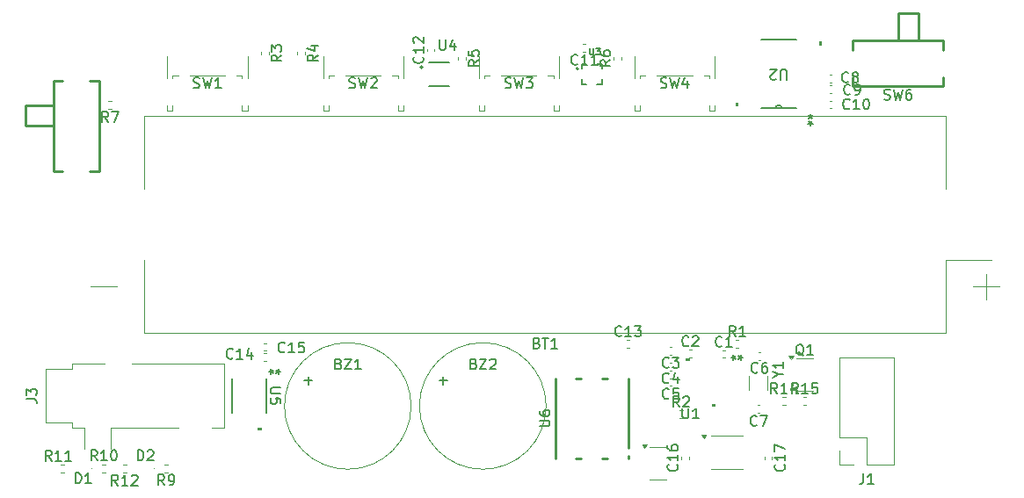
<source format=gbr>
%TF.GenerationSoftware,KiCad,Pcbnew,8.0.3*%
%TF.CreationDate,2024-07-03T21:33:09+01:00*%
%TF.ProjectId,Peanut,5065616e-7574-42e6-9b69-6361645f7063,rev?*%
%TF.SameCoordinates,Original*%
%TF.FileFunction,Legend,Top*%
%TF.FilePolarity,Positive*%
%FSLAX46Y46*%
G04 Gerber Fmt 4.6, Leading zero omitted, Abs format (unit mm)*
G04 Created by KiCad (PCBNEW 8.0.3) date 2024-07-03 21:33:09*
%MOMM*%
%LPD*%
G01*
G04 APERTURE LIST*
%ADD10C,0.150000*%
%ADD11C,0.120000*%
%ADD12C,0.152400*%
%ADD13C,0.254000*%
%ADD14C,0.000000*%
%ADD15C,0.200000*%
%ADD16C,0.127000*%
%ADD17C,0.100000*%
G04 APERTURE END LIST*
D10*
X141714285Y-74931009D02*
X141857142Y-74978628D01*
X141857142Y-74978628D02*
X141904761Y-75026247D01*
X141904761Y-75026247D02*
X141952380Y-75121485D01*
X141952380Y-75121485D02*
X141952380Y-75264342D01*
X141952380Y-75264342D02*
X141904761Y-75359580D01*
X141904761Y-75359580D02*
X141857142Y-75407200D01*
X141857142Y-75407200D02*
X141761904Y-75454819D01*
X141761904Y-75454819D02*
X141380952Y-75454819D01*
X141380952Y-75454819D02*
X141380952Y-74454819D01*
X141380952Y-74454819D02*
X141714285Y-74454819D01*
X141714285Y-74454819D02*
X141809523Y-74502438D01*
X141809523Y-74502438D02*
X141857142Y-74550057D01*
X141857142Y-74550057D02*
X141904761Y-74645295D01*
X141904761Y-74645295D02*
X141904761Y-74740533D01*
X141904761Y-74740533D02*
X141857142Y-74835771D01*
X141857142Y-74835771D02*
X141809523Y-74883390D01*
X141809523Y-74883390D02*
X141714285Y-74931009D01*
X141714285Y-74931009D02*
X141380952Y-74931009D01*
X142238095Y-74454819D02*
X142809523Y-74454819D01*
X142523809Y-75454819D02*
X142523809Y-74454819D01*
X143666666Y-75454819D02*
X143095238Y-75454819D01*
X143380952Y-75454819D02*
X143380952Y-74454819D01*
X143380952Y-74454819D02*
X143285714Y-74597676D01*
X143285714Y-74597676D02*
X143190476Y-74692914D01*
X143190476Y-74692914D02*
X143095238Y-74740533D01*
X154433333Y-80219580D02*
X154385714Y-80267200D01*
X154385714Y-80267200D02*
X154242857Y-80314819D01*
X154242857Y-80314819D02*
X154147619Y-80314819D01*
X154147619Y-80314819D02*
X154004762Y-80267200D01*
X154004762Y-80267200D02*
X153909524Y-80171961D01*
X153909524Y-80171961D02*
X153861905Y-80076723D01*
X153861905Y-80076723D02*
X153814286Y-79886247D01*
X153814286Y-79886247D02*
X153814286Y-79743390D01*
X153814286Y-79743390D02*
X153861905Y-79552914D01*
X153861905Y-79552914D02*
X153909524Y-79457676D01*
X153909524Y-79457676D02*
X154004762Y-79362438D01*
X154004762Y-79362438D02*
X154147619Y-79314819D01*
X154147619Y-79314819D02*
X154242857Y-79314819D01*
X154242857Y-79314819D02*
X154385714Y-79362438D01*
X154385714Y-79362438D02*
X154433333Y-79410057D01*
X155338095Y-79314819D02*
X154861905Y-79314819D01*
X154861905Y-79314819D02*
X154814286Y-79791009D01*
X154814286Y-79791009D02*
X154861905Y-79743390D01*
X154861905Y-79743390D02*
X154957143Y-79695771D01*
X154957143Y-79695771D02*
X155195238Y-79695771D01*
X155195238Y-79695771D02*
X155290476Y-79743390D01*
X155290476Y-79743390D02*
X155338095Y-79791009D01*
X155338095Y-79791009D02*
X155385714Y-79886247D01*
X155385714Y-79886247D02*
X155385714Y-80124342D01*
X155385714Y-80124342D02*
X155338095Y-80219580D01*
X155338095Y-80219580D02*
X155290476Y-80267200D01*
X155290476Y-80267200D02*
X155195238Y-80314819D01*
X155195238Y-80314819D02*
X154957143Y-80314819D01*
X154957143Y-80314819D02*
X154861905Y-80267200D01*
X154861905Y-80267200D02*
X154814286Y-80219580D01*
X164978628Y-77976190D02*
X165454819Y-77976190D01*
X164454819Y-78309523D02*
X164978628Y-77976190D01*
X164978628Y-77976190D02*
X164454819Y-77642857D01*
X165454819Y-76785714D02*
X165454819Y-77357142D01*
X165454819Y-77071428D02*
X164454819Y-77071428D01*
X164454819Y-77071428D02*
X164597676Y-77166666D01*
X164597676Y-77166666D02*
X164692914Y-77261904D01*
X164692914Y-77261904D02*
X164740533Y-77357142D01*
X167404761Y-76150057D02*
X167309523Y-76102438D01*
X167309523Y-76102438D02*
X167214285Y-76007200D01*
X167214285Y-76007200D02*
X167071428Y-75864342D01*
X167071428Y-75864342D02*
X166976190Y-75816723D01*
X166976190Y-75816723D02*
X166880952Y-75816723D01*
X166928571Y-76054819D02*
X166833333Y-76007200D01*
X166833333Y-76007200D02*
X166738095Y-75911961D01*
X166738095Y-75911961D02*
X166690476Y-75721485D01*
X166690476Y-75721485D02*
X166690476Y-75388152D01*
X166690476Y-75388152D02*
X166738095Y-75197676D01*
X166738095Y-75197676D02*
X166833333Y-75102438D01*
X166833333Y-75102438D02*
X166928571Y-75054819D01*
X166928571Y-75054819D02*
X167119047Y-75054819D01*
X167119047Y-75054819D02*
X167214285Y-75102438D01*
X167214285Y-75102438D02*
X167309523Y-75197676D01*
X167309523Y-75197676D02*
X167357142Y-75388152D01*
X167357142Y-75388152D02*
X167357142Y-75721485D01*
X167357142Y-75721485D02*
X167309523Y-75911961D01*
X167309523Y-75911961D02*
X167214285Y-76007200D01*
X167214285Y-76007200D02*
X167119047Y-76054819D01*
X167119047Y-76054819D02*
X166928571Y-76054819D01*
X168309523Y-76054819D02*
X167738095Y-76054819D01*
X168023809Y-76054819D02*
X168023809Y-75054819D01*
X168023809Y-75054819D02*
X167928571Y-75197676D01*
X167928571Y-75197676D02*
X167833333Y-75292914D01*
X167833333Y-75292914D02*
X167738095Y-75340533D01*
X164857142Y-79784819D02*
X164523809Y-79308628D01*
X164285714Y-79784819D02*
X164285714Y-78784819D01*
X164285714Y-78784819D02*
X164666666Y-78784819D01*
X164666666Y-78784819D02*
X164761904Y-78832438D01*
X164761904Y-78832438D02*
X164809523Y-78880057D01*
X164809523Y-78880057D02*
X164857142Y-78975295D01*
X164857142Y-78975295D02*
X164857142Y-79118152D01*
X164857142Y-79118152D02*
X164809523Y-79213390D01*
X164809523Y-79213390D02*
X164761904Y-79261009D01*
X164761904Y-79261009D02*
X164666666Y-79308628D01*
X164666666Y-79308628D02*
X164285714Y-79308628D01*
X165809523Y-79784819D02*
X165238095Y-79784819D01*
X165523809Y-79784819D02*
X165523809Y-78784819D01*
X165523809Y-78784819D02*
X165428571Y-78927676D01*
X165428571Y-78927676D02*
X165333333Y-79022914D01*
X165333333Y-79022914D02*
X165238095Y-79070533D01*
X166666666Y-79118152D02*
X166666666Y-79784819D01*
X166428571Y-78737200D02*
X166190476Y-79451485D01*
X166190476Y-79451485D02*
X166809523Y-79451485D01*
X132334095Y-45682819D02*
X132334095Y-46492342D01*
X132334095Y-46492342D02*
X132381714Y-46587580D01*
X132381714Y-46587580D02*
X132429333Y-46635200D01*
X132429333Y-46635200D02*
X132524571Y-46682819D01*
X132524571Y-46682819D02*
X132715047Y-46682819D01*
X132715047Y-46682819D02*
X132810285Y-46635200D01*
X132810285Y-46635200D02*
X132857904Y-46587580D01*
X132857904Y-46587580D02*
X132905523Y-46492342D01*
X132905523Y-46492342D02*
X132905523Y-45682819D01*
X133810285Y-46016152D02*
X133810285Y-46682819D01*
X133572190Y-45635200D02*
X133334095Y-46349485D01*
X133334095Y-46349485D02*
X133953142Y-46349485D01*
X156333333Y-75149580D02*
X156285714Y-75197200D01*
X156285714Y-75197200D02*
X156142857Y-75244819D01*
X156142857Y-75244819D02*
X156047619Y-75244819D01*
X156047619Y-75244819D02*
X155904762Y-75197200D01*
X155904762Y-75197200D02*
X155809524Y-75101961D01*
X155809524Y-75101961D02*
X155761905Y-75006723D01*
X155761905Y-75006723D02*
X155714286Y-74816247D01*
X155714286Y-74816247D02*
X155714286Y-74673390D01*
X155714286Y-74673390D02*
X155761905Y-74482914D01*
X155761905Y-74482914D02*
X155809524Y-74387676D01*
X155809524Y-74387676D02*
X155904762Y-74292438D01*
X155904762Y-74292438D02*
X156047619Y-74244819D01*
X156047619Y-74244819D02*
X156142857Y-74244819D01*
X156142857Y-74244819D02*
X156285714Y-74292438D01*
X156285714Y-74292438D02*
X156333333Y-74340057D01*
X156714286Y-74340057D02*
X156761905Y-74292438D01*
X156761905Y-74292438D02*
X156857143Y-74244819D01*
X156857143Y-74244819D02*
X157095238Y-74244819D01*
X157095238Y-74244819D02*
X157190476Y-74292438D01*
X157190476Y-74292438D02*
X157238095Y-74340057D01*
X157238095Y-74340057D02*
X157285714Y-74435295D01*
X157285714Y-74435295D02*
X157285714Y-74530533D01*
X157285714Y-74530533D02*
X157238095Y-74673390D01*
X157238095Y-74673390D02*
X156666667Y-75244819D01*
X156666667Y-75244819D02*
X157285714Y-75244819D01*
X160833333Y-74284819D02*
X160500000Y-73808628D01*
X160261905Y-74284819D02*
X160261905Y-73284819D01*
X160261905Y-73284819D02*
X160642857Y-73284819D01*
X160642857Y-73284819D02*
X160738095Y-73332438D01*
X160738095Y-73332438D02*
X160785714Y-73380057D01*
X160785714Y-73380057D02*
X160833333Y-73475295D01*
X160833333Y-73475295D02*
X160833333Y-73618152D01*
X160833333Y-73618152D02*
X160785714Y-73713390D01*
X160785714Y-73713390D02*
X160738095Y-73761009D01*
X160738095Y-73761009D02*
X160642857Y-73808628D01*
X160642857Y-73808628D02*
X160261905Y-73808628D01*
X161785714Y-74284819D02*
X161214286Y-74284819D01*
X161500000Y-74284819D02*
X161500000Y-73284819D01*
X161500000Y-73284819D02*
X161404762Y-73427676D01*
X161404762Y-73427676D02*
X161309524Y-73522914D01*
X161309524Y-73522914D02*
X161214286Y-73570533D01*
X154433333Y-78719580D02*
X154385714Y-78767200D01*
X154385714Y-78767200D02*
X154242857Y-78814819D01*
X154242857Y-78814819D02*
X154147619Y-78814819D01*
X154147619Y-78814819D02*
X154004762Y-78767200D01*
X154004762Y-78767200D02*
X153909524Y-78671961D01*
X153909524Y-78671961D02*
X153861905Y-78576723D01*
X153861905Y-78576723D02*
X153814286Y-78386247D01*
X153814286Y-78386247D02*
X153814286Y-78243390D01*
X153814286Y-78243390D02*
X153861905Y-78052914D01*
X153861905Y-78052914D02*
X153909524Y-77957676D01*
X153909524Y-77957676D02*
X154004762Y-77862438D01*
X154004762Y-77862438D02*
X154147619Y-77814819D01*
X154147619Y-77814819D02*
X154242857Y-77814819D01*
X154242857Y-77814819D02*
X154385714Y-77862438D01*
X154385714Y-77862438D02*
X154433333Y-77910057D01*
X155290476Y-78148152D02*
X155290476Y-78814819D01*
X155052381Y-77767200D02*
X154814286Y-78481485D01*
X154814286Y-78481485D02*
X155433333Y-78481485D01*
X171832142Y-52309580D02*
X171784523Y-52357200D01*
X171784523Y-52357200D02*
X171641666Y-52404819D01*
X171641666Y-52404819D02*
X171546428Y-52404819D01*
X171546428Y-52404819D02*
X171403571Y-52357200D01*
X171403571Y-52357200D02*
X171308333Y-52261961D01*
X171308333Y-52261961D02*
X171260714Y-52166723D01*
X171260714Y-52166723D02*
X171213095Y-51976247D01*
X171213095Y-51976247D02*
X171213095Y-51833390D01*
X171213095Y-51833390D02*
X171260714Y-51642914D01*
X171260714Y-51642914D02*
X171308333Y-51547676D01*
X171308333Y-51547676D02*
X171403571Y-51452438D01*
X171403571Y-51452438D02*
X171546428Y-51404819D01*
X171546428Y-51404819D02*
X171641666Y-51404819D01*
X171641666Y-51404819D02*
X171784523Y-51452438D01*
X171784523Y-51452438D02*
X171832142Y-51500057D01*
X172784523Y-52404819D02*
X172213095Y-52404819D01*
X172498809Y-52404819D02*
X172498809Y-51404819D01*
X172498809Y-51404819D02*
X172403571Y-51547676D01*
X172403571Y-51547676D02*
X172308333Y-51642914D01*
X172308333Y-51642914D02*
X172213095Y-51690533D01*
X173403571Y-51404819D02*
X173498809Y-51404819D01*
X173498809Y-51404819D02*
X173594047Y-51452438D01*
X173594047Y-51452438D02*
X173641666Y-51500057D01*
X173641666Y-51500057D02*
X173689285Y-51595295D01*
X173689285Y-51595295D02*
X173736904Y-51785771D01*
X173736904Y-51785771D02*
X173736904Y-52023866D01*
X173736904Y-52023866D02*
X173689285Y-52214342D01*
X173689285Y-52214342D02*
X173641666Y-52309580D01*
X173641666Y-52309580D02*
X173594047Y-52357200D01*
X173594047Y-52357200D02*
X173498809Y-52404819D01*
X173498809Y-52404819D02*
X173403571Y-52404819D01*
X173403571Y-52404819D02*
X173308333Y-52357200D01*
X173308333Y-52357200D02*
X173260714Y-52309580D01*
X173260714Y-52309580D02*
X173213095Y-52214342D01*
X173213095Y-52214342D02*
X173165476Y-52023866D01*
X173165476Y-52023866D02*
X173165476Y-51785771D01*
X173165476Y-51785771D02*
X173213095Y-51595295D01*
X173213095Y-51595295D02*
X173260714Y-51500057D01*
X173260714Y-51500057D02*
X173308333Y-51452438D01*
X173308333Y-51452438D02*
X173403571Y-51404819D01*
X175166667Y-51434200D02*
X175309524Y-51481819D01*
X175309524Y-51481819D02*
X175547619Y-51481819D01*
X175547619Y-51481819D02*
X175642857Y-51434200D01*
X175642857Y-51434200D02*
X175690476Y-51386580D01*
X175690476Y-51386580D02*
X175738095Y-51291342D01*
X175738095Y-51291342D02*
X175738095Y-51196104D01*
X175738095Y-51196104D02*
X175690476Y-51100866D01*
X175690476Y-51100866D02*
X175642857Y-51053247D01*
X175642857Y-51053247D02*
X175547619Y-51005628D01*
X175547619Y-51005628D02*
X175357143Y-50958009D01*
X175357143Y-50958009D02*
X175261905Y-50910390D01*
X175261905Y-50910390D02*
X175214286Y-50862771D01*
X175214286Y-50862771D02*
X175166667Y-50767533D01*
X175166667Y-50767533D02*
X175166667Y-50672295D01*
X175166667Y-50672295D02*
X175214286Y-50577057D01*
X175214286Y-50577057D02*
X175261905Y-50529438D01*
X175261905Y-50529438D02*
X175357143Y-50481819D01*
X175357143Y-50481819D02*
X175595238Y-50481819D01*
X175595238Y-50481819D02*
X175738095Y-50529438D01*
X176071429Y-50481819D02*
X176309524Y-51481819D01*
X176309524Y-51481819D02*
X176500000Y-50767533D01*
X176500000Y-50767533D02*
X176690476Y-51481819D01*
X176690476Y-51481819D02*
X176928572Y-50481819D01*
X177738095Y-50481819D02*
X177547619Y-50481819D01*
X177547619Y-50481819D02*
X177452381Y-50529438D01*
X177452381Y-50529438D02*
X177404762Y-50577057D01*
X177404762Y-50577057D02*
X177309524Y-50719914D01*
X177309524Y-50719914D02*
X177261905Y-50910390D01*
X177261905Y-50910390D02*
X177261905Y-51291342D01*
X177261905Y-51291342D02*
X177309524Y-51386580D01*
X177309524Y-51386580D02*
X177357143Y-51434200D01*
X177357143Y-51434200D02*
X177452381Y-51481819D01*
X177452381Y-51481819D02*
X177642857Y-51481819D01*
X177642857Y-51481819D02*
X177738095Y-51434200D01*
X177738095Y-51434200D02*
X177785714Y-51386580D01*
X177785714Y-51386580D02*
X177833333Y-51291342D01*
X177833333Y-51291342D02*
X177833333Y-51053247D01*
X177833333Y-51053247D02*
X177785714Y-50958009D01*
X177785714Y-50958009D02*
X177738095Y-50910390D01*
X177738095Y-50910390D02*
X177642857Y-50862771D01*
X177642857Y-50862771D02*
X177452381Y-50862771D01*
X177452381Y-50862771D02*
X177357143Y-50910390D01*
X177357143Y-50910390D02*
X177309524Y-50958009D01*
X177309524Y-50958009D02*
X177261905Y-51053247D01*
X145632142Y-48019580D02*
X145584523Y-48067200D01*
X145584523Y-48067200D02*
X145441666Y-48114819D01*
X145441666Y-48114819D02*
X145346428Y-48114819D01*
X145346428Y-48114819D02*
X145203571Y-48067200D01*
X145203571Y-48067200D02*
X145108333Y-47971961D01*
X145108333Y-47971961D02*
X145060714Y-47876723D01*
X145060714Y-47876723D02*
X145013095Y-47686247D01*
X145013095Y-47686247D02*
X145013095Y-47543390D01*
X145013095Y-47543390D02*
X145060714Y-47352914D01*
X145060714Y-47352914D02*
X145108333Y-47257676D01*
X145108333Y-47257676D02*
X145203571Y-47162438D01*
X145203571Y-47162438D02*
X145346428Y-47114819D01*
X145346428Y-47114819D02*
X145441666Y-47114819D01*
X145441666Y-47114819D02*
X145584523Y-47162438D01*
X145584523Y-47162438D02*
X145632142Y-47210057D01*
X146584523Y-48114819D02*
X146013095Y-48114819D01*
X146298809Y-48114819D02*
X146298809Y-47114819D01*
X146298809Y-47114819D02*
X146203571Y-47257676D01*
X146203571Y-47257676D02*
X146108333Y-47352914D01*
X146108333Y-47352914D02*
X146013095Y-47400533D01*
X147536904Y-48114819D02*
X146965476Y-48114819D01*
X147251190Y-48114819D02*
X147251190Y-47114819D01*
X147251190Y-47114819D02*
X147155952Y-47257676D01*
X147155952Y-47257676D02*
X147060714Y-47352914D01*
X147060714Y-47352914D02*
X146965476Y-47400533D01*
X165761904Y-49545180D02*
X165761904Y-48735657D01*
X165761904Y-48735657D02*
X165714285Y-48640419D01*
X165714285Y-48640419D02*
X165666666Y-48592800D01*
X165666666Y-48592800D02*
X165571428Y-48545180D01*
X165571428Y-48545180D02*
X165380952Y-48545180D01*
X165380952Y-48545180D02*
X165285714Y-48592800D01*
X165285714Y-48592800D02*
X165238095Y-48640419D01*
X165238095Y-48640419D02*
X165190476Y-48735657D01*
X165190476Y-48735657D02*
X165190476Y-49545180D01*
X164761904Y-49449942D02*
X164714285Y-49497561D01*
X164714285Y-49497561D02*
X164619047Y-49545180D01*
X164619047Y-49545180D02*
X164380952Y-49545180D01*
X164380952Y-49545180D02*
X164285714Y-49497561D01*
X164285714Y-49497561D02*
X164238095Y-49449942D01*
X164238095Y-49449942D02*
X164190476Y-49354704D01*
X164190476Y-49354704D02*
X164190476Y-49259466D01*
X164190476Y-49259466D02*
X164238095Y-49116609D01*
X164238095Y-49116609D02*
X164809523Y-48545180D01*
X164809523Y-48545180D02*
X164190476Y-48545180D01*
X168073400Y-52878420D02*
X168073400Y-53116515D01*
X167835305Y-53021277D02*
X168073400Y-53116515D01*
X168073400Y-53116515D02*
X168311495Y-53021277D01*
X167930543Y-53306991D02*
X168073400Y-53116515D01*
X168073400Y-53116515D02*
X168216257Y-53306991D01*
X168073399Y-53968781D02*
X168073399Y-53730686D01*
X168311494Y-53825924D02*
X168073399Y-53730686D01*
X168073399Y-53730686D02*
X167835304Y-53825924D01*
X168216256Y-53540210D02*
X168073399Y-53730686D01*
X168073399Y-53730686D02*
X167930542Y-53540210D01*
X154433333Y-77219580D02*
X154385714Y-77267200D01*
X154385714Y-77267200D02*
X154242857Y-77314819D01*
X154242857Y-77314819D02*
X154147619Y-77314819D01*
X154147619Y-77314819D02*
X154004762Y-77267200D01*
X154004762Y-77267200D02*
X153909524Y-77171961D01*
X153909524Y-77171961D02*
X153861905Y-77076723D01*
X153861905Y-77076723D02*
X153814286Y-76886247D01*
X153814286Y-76886247D02*
X153814286Y-76743390D01*
X153814286Y-76743390D02*
X153861905Y-76552914D01*
X153861905Y-76552914D02*
X153909524Y-76457676D01*
X153909524Y-76457676D02*
X154004762Y-76362438D01*
X154004762Y-76362438D02*
X154147619Y-76314819D01*
X154147619Y-76314819D02*
X154242857Y-76314819D01*
X154242857Y-76314819D02*
X154385714Y-76362438D01*
X154385714Y-76362438D02*
X154433333Y-76410057D01*
X154766667Y-76314819D02*
X155385714Y-76314819D01*
X155385714Y-76314819D02*
X155052381Y-76695771D01*
X155052381Y-76695771D02*
X155195238Y-76695771D01*
X155195238Y-76695771D02*
X155290476Y-76743390D01*
X155290476Y-76743390D02*
X155338095Y-76791009D01*
X155338095Y-76791009D02*
X155385714Y-76886247D01*
X155385714Y-76886247D02*
X155385714Y-77124342D01*
X155385714Y-77124342D02*
X155338095Y-77219580D01*
X155338095Y-77219580D02*
X155290476Y-77267200D01*
X155290476Y-77267200D02*
X155195238Y-77314819D01*
X155195238Y-77314819D02*
X154909524Y-77314819D01*
X154909524Y-77314819D02*
X154814286Y-77267200D01*
X154814286Y-77267200D02*
X154766667Y-77219580D01*
X155738095Y-81204819D02*
X155738095Y-82014342D01*
X155738095Y-82014342D02*
X155785714Y-82109580D01*
X155785714Y-82109580D02*
X155833333Y-82157200D01*
X155833333Y-82157200D02*
X155928571Y-82204819D01*
X155928571Y-82204819D02*
X156119047Y-82204819D01*
X156119047Y-82204819D02*
X156214285Y-82157200D01*
X156214285Y-82157200D02*
X156261904Y-82109580D01*
X156261904Y-82109580D02*
X156309523Y-82014342D01*
X156309523Y-82014342D02*
X156309523Y-81204819D01*
X157309523Y-82204819D02*
X156738095Y-82204819D01*
X157023809Y-82204819D02*
X157023809Y-81204819D01*
X157023809Y-81204819D02*
X156928571Y-81347676D01*
X156928571Y-81347676D02*
X156833333Y-81442914D01*
X156833333Y-81442914D02*
X156738095Y-81490533D01*
X160454819Y-76311599D02*
X160692914Y-76311599D01*
X160597676Y-76549694D02*
X160692914Y-76311599D01*
X160692914Y-76311599D02*
X160597676Y-76073504D01*
X160883390Y-76454456D02*
X160692914Y-76311599D01*
X160692914Y-76311599D02*
X160883390Y-76168742D01*
X161545180Y-76311600D02*
X161307085Y-76311600D01*
X161402323Y-76073505D02*
X161307085Y-76311600D01*
X161307085Y-76311600D02*
X161402323Y-76549695D01*
X161116609Y-76168743D02*
X161307085Y-76311600D01*
X161307085Y-76311600D02*
X161116609Y-76454457D01*
X159533333Y-75199580D02*
X159485714Y-75247200D01*
X159485714Y-75247200D02*
X159342857Y-75294819D01*
X159342857Y-75294819D02*
X159247619Y-75294819D01*
X159247619Y-75294819D02*
X159104762Y-75247200D01*
X159104762Y-75247200D02*
X159009524Y-75151961D01*
X159009524Y-75151961D02*
X158961905Y-75056723D01*
X158961905Y-75056723D02*
X158914286Y-74866247D01*
X158914286Y-74866247D02*
X158914286Y-74723390D01*
X158914286Y-74723390D02*
X158961905Y-74532914D01*
X158961905Y-74532914D02*
X159009524Y-74437676D01*
X159009524Y-74437676D02*
X159104762Y-74342438D01*
X159104762Y-74342438D02*
X159247619Y-74294819D01*
X159247619Y-74294819D02*
X159342857Y-74294819D01*
X159342857Y-74294819D02*
X159485714Y-74342438D01*
X159485714Y-74342438D02*
X159533333Y-74390057D01*
X160485714Y-75294819D02*
X159914286Y-75294819D01*
X160200000Y-75294819D02*
X160200000Y-74294819D01*
X160200000Y-74294819D02*
X160104762Y-74437676D01*
X160104762Y-74437676D02*
X160009524Y-74532914D01*
X160009524Y-74532914D02*
X159914286Y-74580533D01*
X146794380Y-46491876D02*
X146794380Y-47009971D01*
X146794380Y-47009971D02*
X146824857Y-47070923D01*
X146824857Y-47070923D02*
X146855333Y-47101400D01*
X146855333Y-47101400D02*
X146916285Y-47131876D01*
X146916285Y-47131876D02*
X147038190Y-47131876D01*
X147038190Y-47131876D02*
X147099142Y-47101400D01*
X147099142Y-47101400D02*
X147129619Y-47070923D01*
X147129619Y-47070923D02*
X147160095Y-47009971D01*
X147160095Y-47009971D02*
X147160095Y-46491876D01*
X147403904Y-46491876D02*
X147800095Y-46491876D01*
X147800095Y-46491876D02*
X147586761Y-46735685D01*
X147586761Y-46735685D02*
X147678190Y-46735685D01*
X147678190Y-46735685D02*
X147739142Y-46766161D01*
X147739142Y-46766161D02*
X147769618Y-46796638D01*
X147769618Y-46796638D02*
X147800095Y-46857590D01*
X147800095Y-46857590D02*
X147800095Y-47009971D01*
X147800095Y-47009971D02*
X147769618Y-47070923D01*
X147769618Y-47070923D02*
X147739142Y-47101400D01*
X147739142Y-47101400D02*
X147678190Y-47131876D01*
X147678190Y-47131876D02*
X147495333Y-47131876D01*
X147495333Y-47131876D02*
X147434380Y-47101400D01*
X147434380Y-47101400D02*
X147403904Y-47070923D01*
X162983333Y-77719580D02*
X162935714Y-77767200D01*
X162935714Y-77767200D02*
X162792857Y-77814819D01*
X162792857Y-77814819D02*
X162697619Y-77814819D01*
X162697619Y-77814819D02*
X162554762Y-77767200D01*
X162554762Y-77767200D02*
X162459524Y-77671961D01*
X162459524Y-77671961D02*
X162411905Y-77576723D01*
X162411905Y-77576723D02*
X162364286Y-77386247D01*
X162364286Y-77386247D02*
X162364286Y-77243390D01*
X162364286Y-77243390D02*
X162411905Y-77052914D01*
X162411905Y-77052914D02*
X162459524Y-76957676D01*
X162459524Y-76957676D02*
X162554762Y-76862438D01*
X162554762Y-76862438D02*
X162697619Y-76814819D01*
X162697619Y-76814819D02*
X162792857Y-76814819D01*
X162792857Y-76814819D02*
X162935714Y-76862438D01*
X162935714Y-76862438D02*
X162983333Y-76910057D01*
X163840476Y-76814819D02*
X163650000Y-76814819D01*
X163650000Y-76814819D02*
X163554762Y-76862438D01*
X163554762Y-76862438D02*
X163507143Y-76910057D01*
X163507143Y-76910057D02*
X163411905Y-77052914D01*
X163411905Y-77052914D02*
X163364286Y-77243390D01*
X163364286Y-77243390D02*
X163364286Y-77624342D01*
X163364286Y-77624342D02*
X163411905Y-77719580D01*
X163411905Y-77719580D02*
X163459524Y-77767200D01*
X163459524Y-77767200D02*
X163554762Y-77814819D01*
X163554762Y-77814819D02*
X163745238Y-77814819D01*
X163745238Y-77814819D02*
X163840476Y-77767200D01*
X163840476Y-77767200D02*
X163888095Y-77719580D01*
X163888095Y-77719580D02*
X163935714Y-77624342D01*
X163935714Y-77624342D02*
X163935714Y-77386247D01*
X163935714Y-77386247D02*
X163888095Y-77291009D01*
X163888095Y-77291009D02*
X163840476Y-77243390D01*
X163840476Y-77243390D02*
X163745238Y-77195771D01*
X163745238Y-77195771D02*
X163554762Y-77195771D01*
X163554762Y-77195771D02*
X163459524Y-77243390D01*
X163459524Y-77243390D02*
X163411905Y-77291009D01*
X163411905Y-77291009D02*
X163364286Y-77386247D01*
X108641667Y-50299700D02*
X108784524Y-50347319D01*
X108784524Y-50347319D02*
X109022619Y-50347319D01*
X109022619Y-50347319D02*
X109117857Y-50299700D01*
X109117857Y-50299700D02*
X109165476Y-50252080D01*
X109165476Y-50252080D02*
X109213095Y-50156842D01*
X109213095Y-50156842D02*
X109213095Y-50061604D01*
X109213095Y-50061604D02*
X109165476Y-49966366D01*
X109165476Y-49966366D02*
X109117857Y-49918747D01*
X109117857Y-49918747D02*
X109022619Y-49871128D01*
X109022619Y-49871128D02*
X108832143Y-49823509D01*
X108832143Y-49823509D02*
X108736905Y-49775890D01*
X108736905Y-49775890D02*
X108689286Y-49728271D01*
X108689286Y-49728271D02*
X108641667Y-49633033D01*
X108641667Y-49633033D02*
X108641667Y-49537795D01*
X108641667Y-49537795D02*
X108689286Y-49442557D01*
X108689286Y-49442557D02*
X108736905Y-49394938D01*
X108736905Y-49394938D02*
X108832143Y-49347319D01*
X108832143Y-49347319D02*
X109070238Y-49347319D01*
X109070238Y-49347319D02*
X109213095Y-49394938D01*
X109546429Y-49347319D02*
X109784524Y-50347319D01*
X109784524Y-50347319D02*
X109975000Y-49633033D01*
X109975000Y-49633033D02*
X110165476Y-50347319D01*
X110165476Y-50347319D02*
X110403572Y-49347319D01*
X111308333Y-50347319D02*
X110736905Y-50347319D01*
X111022619Y-50347319D02*
X111022619Y-49347319D01*
X111022619Y-49347319D02*
X110927381Y-49490176D01*
X110927381Y-49490176D02*
X110832143Y-49585414D01*
X110832143Y-49585414D02*
X110736905Y-49633033D01*
X94957142Y-86284819D02*
X94623809Y-85808628D01*
X94385714Y-86284819D02*
X94385714Y-85284819D01*
X94385714Y-85284819D02*
X94766666Y-85284819D01*
X94766666Y-85284819D02*
X94861904Y-85332438D01*
X94861904Y-85332438D02*
X94909523Y-85380057D01*
X94909523Y-85380057D02*
X94957142Y-85475295D01*
X94957142Y-85475295D02*
X94957142Y-85618152D01*
X94957142Y-85618152D02*
X94909523Y-85713390D01*
X94909523Y-85713390D02*
X94861904Y-85761009D01*
X94861904Y-85761009D02*
X94766666Y-85808628D01*
X94766666Y-85808628D02*
X94385714Y-85808628D01*
X95909523Y-86284819D02*
X95338095Y-86284819D01*
X95623809Y-86284819D02*
X95623809Y-85284819D01*
X95623809Y-85284819D02*
X95528571Y-85427676D01*
X95528571Y-85427676D02*
X95433333Y-85522914D01*
X95433333Y-85522914D02*
X95338095Y-85570533D01*
X96861904Y-86284819D02*
X96290476Y-86284819D01*
X96576190Y-86284819D02*
X96576190Y-85284819D01*
X96576190Y-85284819D02*
X96480952Y-85427676D01*
X96480952Y-85427676D02*
X96385714Y-85522914D01*
X96385714Y-85522914D02*
X96290476Y-85570533D01*
X149857142Y-74199580D02*
X149809523Y-74247200D01*
X149809523Y-74247200D02*
X149666666Y-74294819D01*
X149666666Y-74294819D02*
X149571428Y-74294819D01*
X149571428Y-74294819D02*
X149428571Y-74247200D01*
X149428571Y-74247200D02*
X149333333Y-74151961D01*
X149333333Y-74151961D02*
X149285714Y-74056723D01*
X149285714Y-74056723D02*
X149238095Y-73866247D01*
X149238095Y-73866247D02*
X149238095Y-73723390D01*
X149238095Y-73723390D02*
X149285714Y-73532914D01*
X149285714Y-73532914D02*
X149333333Y-73437676D01*
X149333333Y-73437676D02*
X149428571Y-73342438D01*
X149428571Y-73342438D02*
X149571428Y-73294819D01*
X149571428Y-73294819D02*
X149666666Y-73294819D01*
X149666666Y-73294819D02*
X149809523Y-73342438D01*
X149809523Y-73342438D02*
X149857142Y-73390057D01*
X150809523Y-74294819D02*
X150238095Y-74294819D01*
X150523809Y-74294819D02*
X150523809Y-73294819D01*
X150523809Y-73294819D02*
X150428571Y-73437676D01*
X150428571Y-73437676D02*
X150333333Y-73532914D01*
X150333333Y-73532914D02*
X150238095Y-73580533D01*
X151142857Y-73294819D02*
X151761904Y-73294819D01*
X151761904Y-73294819D02*
X151428571Y-73675771D01*
X151428571Y-73675771D02*
X151571428Y-73675771D01*
X151571428Y-73675771D02*
X151666666Y-73723390D01*
X151666666Y-73723390D02*
X151714285Y-73771009D01*
X151714285Y-73771009D02*
X151761904Y-73866247D01*
X151761904Y-73866247D02*
X151761904Y-74104342D01*
X151761904Y-74104342D02*
X151714285Y-74199580D01*
X151714285Y-74199580D02*
X151666666Y-74247200D01*
X151666666Y-74247200D02*
X151571428Y-74294819D01*
X151571428Y-74294819D02*
X151285714Y-74294819D01*
X151285714Y-74294819D02*
X151190476Y-74247200D01*
X151190476Y-74247200D02*
X151142857Y-74199580D01*
X112427142Y-76359580D02*
X112379523Y-76407200D01*
X112379523Y-76407200D02*
X112236666Y-76454819D01*
X112236666Y-76454819D02*
X112141428Y-76454819D01*
X112141428Y-76454819D02*
X111998571Y-76407200D01*
X111998571Y-76407200D02*
X111903333Y-76311961D01*
X111903333Y-76311961D02*
X111855714Y-76216723D01*
X111855714Y-76216723D02*
X111808095Y-76026247D01*
X111808095Y-76026247D02*
X111808095Y-75883390D01*
X111808095Y-75883390D02*
X111855714Y-75692914D01*
X111855714Y-75692914D02*
X111903333Y-75597676D01*
X111903333Y-75597676D02*
X111998571Y-75502438D01*
X111998571Y-75502438D02*
X112141428Y-75454819D01*
X112141428Y-75454819D02*
X112236666Y-75454819D01*
X112236666Y-75454819D02*
X112379523Y-75502438D01*
X112379523Y-75502438D02*
X112427142Y-75550057D01*
X113379523Y-76454819D02*
X112808095Y-76454819D01*
X113093809Y-76454819D02*
X113093809Y-75454819D01*
X113093809Y-75454819D02*
X112998571Y-75597676D01*
X112998571Y-75597676D02*
X112903333Y-75692914D01*
X112903333Y-75692914D02*
X112808095Y-75740533D01*
X114236666Y-75788152D02*
X114236666Y-76454819D01*
X113998571Y-75407200D02*
X113760476Y-76121485D01*
X113760476Y-76121485D02*
X114379523Y-76121485D01*
X92554819Y-80333333D02*
X93269104Y-80333333D01*
X93269104Y-80333333D02*
X93411961Y-80380952D01*
X93411961Y-80380952D02*
X93507200Y-80476190D01*
X93507200Y-80476190D02*
X93554819Y-80619047D01*
X93554819Y-80619047D02*
X93554819Y-80714285D01*
X92554819Y-79952380D02*
X92554819Y-79333333D01*
X92554819Y-79333333D02*
X92935771Y-79666666D01*
X92935771Y-79666666D02*
X92935771Y-79523809D01*
X92935771Y-79523809D02*
X92983390Y-79428571D01*
X92983390Y-79428571D02*
X93031009Y-79380952D01*
X93031009Y-79380952D02*
X93126247Y-79333333D01*
X93126247Y-79333333D02*
X93364342Y-79333333D01*
X93364342Y-79333333D02*
X93459580Y-79380952D01*
X93459580Y-79380952D02*
X93507200Y-79428571D01*
X93507200Y-79428571D02*
X93554819Y-79523809D01*
X93554819Y-79523809D02*
X93554819Y-79809523D01*
X93554819Y-79809523D02*
X93507200Y-79904761D01*
X93507200Y-79904761D02*
X93459580Y-79952380D01*
X117427142Y-75759580D02*
X117379523Y-75807200D01*
X117379523Y-75807200D02*
X117236666Y-75854819D01*
X117236666Y-75854819D02*
X117141428Y-75854819D01*
X117141428Y-75854819D02*
X116998571Y-75807200D01*
X116998571Y-75807200D02*
X116903333Y-75711961D01*
X116903333Y-75711961D02*
X116855714Y-75616723D01*
X116855714Y-75616723D02*
X116808095Y-75426247D01*
X116808095Y-75426247D02*
X116808095Y-75283390D01*
X116808095Y-75283390D02*
X116855714Y-75092914D01*
X116855714Y-75092914D02*
X116903333Y-74997676D01*
X116903333Y-74997676D02*
X116998571Y-74902438D01*
X116998571Y-74902438D02*
X117141428Y-74854819D01*
X117141428Y-74854819D02*
X117236666Y-74854819D01*
X117236666Y-74854819D02*
X117379523Y-74902438D01*
X117379523Y-74902438D02*
X117427142Y-74950057D01*
X118379523Y-75854819D02*
X117808095Y-75854819D01*
X118093809Y-75854819D02*
X118093809Y-74854819D01*
X118093809Y-74854819D02*
X117998571Y-74997676D01*
X117998571Y-74997676D02*
X117903333Y-75092914D01*
X117903333Y-75092914D02*
X117808095Y-75140533D01*
X119284285Y-74854819D02*
X118808095Y-74854819D01*
X118808095Y-74854819D02*
X118760476Y-75331009D01*
X118760476Y-75331009D02*
X118808095Y-75283390D01*
X118808095Y-75283390D02*
X118903333Y-75235771D01*
X118903333Y-75235771D02*
X119141428Y-75235771D01*
X119141428Y-75235771D02*
X119236666Y-75283390D01*
X119236666Y-75283390D02*
X119284285Y-75331009D01*
X119284285Y-75331009D02*
X119331904Y-75426247D01*
X119331904Y-75426247D02*
X119331904Y-75664342D01*
X119331904Y-75664342D02*
X119284285Y-75759580D01*
X119284285Y-75759580D02*
X119236666Y-75807200D01*
X119236666Y-75807200D02*
X119141428Y-75854819D01*
X119141428Y-75854819D02*
X118903333Y-75854819D01*
X118903333Y-75854819D02*
X118808095Y-75807200D01*
X118808095Y-75807200D02*
X118760476Y-75759580D01*
X173146666Y-87524819D02*
X173146666Y-88239104D01*
X173146666Y-88239104D02*
X173099047Y-88381961D01*
X173099047Y-88381961D02*
X173003809Y-88477200D01*
X173003809Y-88477200D02*
X172860952Y-88524819D01*
X172860952Y-88524819D02*
X172765714Y-88524819D01*
X174146666Y-88524819D02*
X173575238Y-88524819D01*
X173860952Y-88524819D02*
X173860952Y-87524819D01*
X173860952Y-87524819D02*
X173765714Y-87667676D01*
X173765714Y-87667676D02*
X173670476Y-87762914D01*
X173670476Y-87762914D02*
X173575238Y-87810533D01*
X148784819Y-47666666D02*
X148308628Y-47999999D01*
X148784819Y-48238094D02*
X147784819Y-48238094D01*
X147784819Y-48238094D02*
X147784819Y-47857142D01*
X147784819Y-47857142D02*
X147832438Y-47761904D01*
X147832438Y-47761904D02*
X147880057Y-47714285D01*
X147880057Y-47714285D02*
X147975295Y-47666666D01*
X147975295Y-47666666D02*
X148118152Y-47666666D01*
X148118152Y-47666666D02*
X148213390Y-47714285D01*
X148213390Y-47714285D02*
X148261009Y-47761904D01*
X148261009Y-47761904D02*
X148308628Y-47857142D01*
X148308628Y-47857142D02*
X148308628Y-48238094D01*
X147784819Y-46809523D02*
X147784819Y-46999999D01*
X147784819Y-46999999D02*
X147832438Y-47095237D01*
X147832438Y-47095237D02*
X147880057Y-47142856D01*
X147880057Y-47142856D02*
X148022914Y-47238094D01*
X148022914Y-47238094D02*
X148213390Y-47285713D01*
X148213390Y-47285713D02*
X148594342Y-47285713D01*
X148594342Y-47285713D02*
X148689580Y-47238094D01*
X148689580Y-47238094D02*
X148737200Y-47190475D01*
X148737200Y-47190475D02*
X148784819Y-47095237D01*
X148784819Y-47095237D02*
X148784819Y-46904761D01*
X148784819Y-46904761D02*
X148737200Y-46809523D01*
X148737200Y-46809523D02*
X148689580Y-46761904D01*
X148689580Y-46761904D02*
X148594342Y-46714285D01*
X148594342Y-46714285D02*
X148356247Y-46714285D01*
X148356247Y-46714285D02*
X148261009Y-46761904D01*
X148261009Y-46761904D02*
X148213390Y-46809523D01*
X148213390Y-46809523D02*
X148165771Y-46904761D01*
X148165771Y-46904761D02*
X148165771Y-47095237D01*
X148165771Y-47095237D02*
X148213390Y-47190475D01*
X148213390Y-47190475D02*
X148261009Y-47238094D01*
X148261009Y-47238094D02*
X148356247Y-47285713D01*
X123641667Y-50299700D02*
X123784524Y-50347319D01*
X123784524Y-50347319D02*
X124022619Y-50347319D01*
X124022619Y-50347319D02*
X124117857Y-50299700D01*
X124117857Y-50299700D02*
X124165476Y-50252080D01*
X124165476Y-50252080D02*
X124213095Y-50156842D01*
X124213095Y-50156842D02*
X124213095Y-50061604D01*
X124213095Y-50061604D02*
X124165476Y-49966366D01*
X124165476Y-49966366D02*
X124117857Y-49918747D01*
X124117857Y-49918747D02*
X124022619Y-49871128D01*
X124022619Y-49871128D02*
X123832143Y-49823509D01*
X123832143Y-49823509D02*
X123736905Y-49775890D01*
X123736905Y-49775890D02*
X123689286Y-49728271D01*
X123689286Y-49728271D02*
X123641667Y-49633033D01*
X123641667Y-49633033D02*
X123641667Y-49537795D01*
X123641667Y-49537795D02*
X123689286Y-49442557D01*
X123689286Y-49442557D02*
X123736905Y-49394938D01*
X123736905Y-49394938D02*
X123832143Y-49347319D01*
X123832143Y-49347319D02*
X124070238Y-49347319D01*
X124070238Y-49347319D02*
X124213095Y-49394938D01*
X124546429Y-49347319D02*
X124784524Y-50347319D01*
X124784524Y-50347319D02*
X124975000Y-49633033D01*
X124975000Y-49633033D02*
X125165476Y-50347319D01*
X125165476Y-50347319D02*
X125403572Y-49347319D01*
X125736905Y-49442557D02*
X125784524Y-49394938D01*
X125784524Y-49394938D02*
X125879762Y-49347319D01*
X125879762Y-49347319D02*
X126117857Y-49347319D01*
X126117857Y-49347319D02*
X126213095Y-49394938D01*
X126213095Y-49394938D02*
X126260714Y-49442557D01*
X126260714Y-49442557D02*
X126308333Y-49537795D01*
X126308333Y-49537795D02*
X126308333Y-49633033D01*
X126308333Y-49633033D02*
X126260714Y-49775890D01*
X126260714Y-49775890D02*
X125689286Y-50347319D01*
X125689286Y-50347319D02*
X126308333Y-50347319D01*
X97261905Y-88454819D02*
X97261905Y-87454819D01*
X97261905Y-87454819D02*
X97500000Y-87454819D01*
X97500000Y-87454819D02*
X97642857Y-87502438D01*
X97642857Y-87502438D02*
X97738095Y-87597676D01*
X97738095Y-87597676D02*
X97785714Y-87692914D01*
X97785714Y-87692914D02*
X97833333Y-87883390D01*
X97833333Y-87883390D02*
X97833333Y-88026247D01*
X97833333Y-88026247D02*
X97785714Y-88216723D01*
X97785714Y-88216723D02*
X97738095Y-88311961D01*
X97738095Y-88311961D02*
X97642857Y-88407200D01*
X97642857Y-88407200D02*
X97500000Y-88454819D01*
X97500000Y-88454819D02*
X97261905Y-88454819D01*
X98785714Y-88454819D02*
X98214286Y-88454819D01*
X98500000Y-88454819D02*
X98500000Y-87454819D01*
X98500000Y-87454819D02*
X98404762Y-87597676D01*
X98404762Y-87597676D02*
X98309524Y-87692914D01*
X98309524Y-87692914D02*
X98214286Y-87740533D01*
X153641667Y-50299700D02*
X153784524Y-50347319D01*
X153784524Y-50347319D02*
X154022619Y-50347319D01*
X154022619Y-50347319D02*
X154117857Y-50299700D01*
X154117857Y-50299700D02*
X154165476Y-50252080D01*
X154165476Y-50252080D02*
X154213095Y-50156842D01*
X154213095Y-50156842D02*
X154213095Y-50061604D01*
X154213095Y-50061604D02*
X154165476Y-49966366D01*
X154165476Y-49966366D02*
X154117857Y-49918747D01*
X154117857Y-49918747D02*
X154022619Y-49871128D01*
X154022619Y-49871128D02*
X153832143Y-49823509D01*
X153832143Y-49823509D02*
X153736905Y-49775890D01*
X153736905Y-49775890D02*
X153689286Y-49728271D01*
X153689286Y-49728271D02*
X153641667Y-49633033D01*
X153641667Y-49633033D02*
X153641667Y-49537795D01*
X153641667Y-49537795D02*
X153689286Y-49442557D01*
X153689286Y-49442557D02*
X153736905Y-49394938D01*
X153736905Y-49394938D02*
X153832143Y-49347319D01*
X153832143Y-49347319D02*
X154070238Y-49347319D01*
X154070238Y-49347319D02*
X154213095Y-49394938D01*
X154546429Y-49347319D02*
X154784524Y-50347319D01*
X154784524Y-50347319D02*
X154975000Y-49633033D01*
X154975000Y-49633033D02*
X155165476Y-50347319D01*
X155165476Y-50347319D02*
X155403572Y-49347319D01*
X156213095Y-49680652D02*
X156213095Y-50347319D01*
X155975000Y-49299700D02*
X155736905Y-50013985D01*
X155736905Y-50013985D02*
X156355952Y-50013985D01*
X117045180Y-79238095D02*
X116235657Y-79238095D01*
X116235657Y-79238095D02*
X116140419Y-79285714D01*
X116140419Y-79285714D02*
X116092800Y-79333333D01*
X116092800Y-79333333D02*
X116045180Y-79428571D01*
X116045180Y-79428571D02*
X116045180Y-79619047D01*
X116045180Y-79619047D02*
X116092800Y-79714285D01*
X116092800Y-79714285D02*
X116140419Y-79761904D01*
X116140419Y-79761904D02*
X116235657Y-79809523D01*
X116235657Y-79809523D02*
X117045180Y-79809523D01*
X117045180Y-80761904D02*
X117045180Y-80285714D01*
X117045180Y-80285714D02*
X116568990Y-80238095D01*
X116568990Y-80238095D02*
X116616609Y-80285714D01*
X116616609Y-80285714D02*
X116664228Y-80380952D01*
X116664228Y-80380952D02*
X116664228Y-80619047D01*
X116664228Y-80619047D02*
X116616609Y-80714285D01*
X116616609Y-80714285D02*
X116568990Y-80761904D01*
X116568990Y-80761904D02*
X116473752Y-80809523D01*
X116473752Y-80809523D02*
X116235657Y-80809523D01*
X116235657Y-80809523D02*
X116140419Y-80761904D01*
X116140419Y-80761904D02*
X116092800Y-80714285D01*
X116092800Y-80714285D02*
X116045180Y-80619047D01*
X116045180Y-80619047D02*
X116045180Y-80380952D01*
X116045180Y-80380952D02*
X116092800Y-80285714D01*
X116092800Y-80285714D02*
X116140419Y-80238095D01*
X115928019Y-77701299D02*
X116166114Y-77701299D01*
X116070876Y-77939394D02*
X116166114Y-77701299D01*
X116166114Y-77701299D02*
X116070876Y-77463204D01*
X116356590Y-77844156D02*
X116166114Y-77701299D01*
X116166114Y-77701299D02*
X116356590Y-77558442D01*
X117018380Y-77701300D02*
X116780285Y-77701300D01*
X116875523Y-77463205D02*
X116780285Y-77701300D01*
X116780285Y-77701300D02*
X116875523Y-77939395D01*
X116589809Y-77558443D02*
X116780285Y-77701300D01*
X116780285Y-77701300D02*
X116589809Y-77844157D01*
X100433333Y-53624819D02*
X100100000Y-53148628D01*
X99861905Y-53624819D02*
X99861905Y-52624819D01*
X99861905Y-52624819D02*
X100242857Y-52624819D01*
X100242857Y-52624819D02*
X100338095Y-52672438D01*
X100338095Y-52672438D02*
X100385714Y-52720057D01*
X100385714Y-52720057D02*
X100433333Y-52815295D01*
X100433333Y-52815295D02*
X100433333Y-52958152D01*
X100433333Y-52958152D02*
X100385714Y-53053390D01*
X100385714Y-53053390D02*
X100338095Y-53101009D01*
X100338095Y-53101009D02*
X100242857Y-53148628D01*
X100242857Y-53148628D02*
X99861905Y-53148628D01*
X100766667Y-52624819D02*
X101433333Y-52624819D01*
X101433333Y-52624819D02*
X101004762Y-53624819D01*
X130699580Y-47342857D02*
X130747200Y-47390476D01*
X130747200Y-47390476D02*
X130794819Y-47533333D01*
X130794819Y-47533333D02*
X130794819Y-47628571D01*
X130794819Y-47628571D02*
X130747200Y-47771428D01*
X130747200Y-47771428D02*
X130651961Y-47866666D01*
X130651961Y-47866666D02*
X130556723Y-47914285D01*
X130556723Y-47914285D02*
X130366247Y-47961904D01*
X130366247Y-47961904D02*
X130223390Y-47961904D01*
X130223390Y-47961904D02*
X130032914Y-47914285D01*
X130032914Y-47914285D02*
X129937676Y-47866666D01*
X129937676Y-47866666D02*
X129842438Y-47771428D01*
X129842438Y-47771428D02*
X129794819Y-47628571D01*
X129794819Y-47628571D02*
X129794819Y-47533333D01*
X129794819Y-47533333D02*
X129842438Y-47390476D01*
X129842438Y-47390476D02*
X129890057Y-47342857D01*
X130794819Y-46390476D02*
X130794819Y-46961904D01*
X130794819Y-46676190D02*
X129794819Y-46676190D01*
X129794819Y-46676190D02*
X129937676Y-46771428D01*
X129937676Y-46771428D02*
X130032914Y-46866666D01*
X130032914Y-46866666D02*
X130080533Y-46961904D01*
X129890057Y-46009523D02*
X129842438Y-45961904D01*
X129842438Y-45961904D02*
X129794819Y-45866666D01*
X129794819Y-45866666D02*
X129794819Y-45628571D01*
X129794819Y-45628571D02*
X129842438Y-45533333D01*
X129842438Y-45533333D02*
X129890057Y-45485714D01*
X129890057Y-45485714D02*
X129985295Y-45438095D01*
X129985295Y-45438095D02*
X130080533Y-45438095D01*
X130080533Y-45438095D02*
X130223390Y-45485714D01*
X130223390Y-45485714D02*
X130794819Y-46057142D01*
X130794819Y-46057142D02*
X130794819Y-45438095D01*
X136124819Y-47666666D02*
X135648628Y-47999999D01*
X136124819Y-48238094D02*
X135124819Y-48238094D01*
X135124819Y-48238094D02*
X135124819Y-47857142D01*
X135124819Y-47857142D02*
X135172438Y-47761904D01*
X135172438Y-47761904D02*
X135220057Y-47714285D01*
X135220057Y-47714285D02*
X135315295Y-47666666D01*
X135315295Y-47666666D02*
X135458152Y-47666666D01*
X135458152Y-47666666D02*
X135553390Y-47714285D01*
X135553390Y-47714285D02*
X135601009Y-47761904D01*
X135601009Y-47761904D02*
X135648628Y-47857142D01*
X135648628Y-47857142D02*
X135648628Y-48238094D01*
X135124819Y-46761904D02*
X135124819Y-47238094D01*
X135124819Y-47238094D02*
X135601009Y-47285713D01*
X135601009Y-47285713D02*
X135553390Y-47238094D01*
X135553390Y-47238094D02*
X135505771Y-47142856D01*
X135505771Y-47142856D02*
X135505771Y-46904761D01*
X135505771Y-46904761D02*
X135553390Y-46809523D01*
X135553390Y-46809523D02*
X135601009Y-46761904D01*
X135601009Y-46761904D02*
X135696247Y-46714285D01*
X135696247Y-46714285D02*
X135934342Y-46714285D01*
X135934342Y-46714285D02*
X136029580Y-46761904D01*
X136029580Y-46761904D02*
X136077200Y-46809523D01*
X136077200Y-46809523D02*
X136124819Y-46904761D01*
X136124819Y-46904761D02*
X136124819Y-47142856D01*
X136124819Y-47142856D02*
X136077200Y-47238094D01*
X136077200Y-47238094D02*
X136029580Y-47285713D01*
X166857142Y-79784819D02*
X166523809Y-79308628D01*
X166285714Y-79784819D02*
X166285714Y-78784819D01*
X166285714Y-78784819D02*
X166666666Y-78784819D01*
X166666666Y-78784819D02*
X166761904Y-78832438D01*
X166761904Y-78832438D02*
X166809523Y-78880057D01*
X166809523Y-78880057D02*
X166857142Y-78975295D01*
X166857142Y-78975295D02*
X166857142Y-79118152D01*
X166857142Y-79118152D02*
X166809523Y-79213390D01*
X166809523Y-79213390D02*
X166761904Y-79261009D01*
X166761904Y-79261009D02*
X166666666Y-79308628D01*
X166666666Y-79308628D02*
X166285714Y-79308628D01*
X167809523Y-79784819D02*
X167238095Y-79784819D01*
X167523809Y-79784819D02*
X167523809Y-78784819D01*
X167523809Y-78784819D02*
X167428571Y-78927676D01*
X167428571Y-78927676D02*
X167333333Y-79022914D01*
X167333333Y-79022914D02*
X167238095Y-79070533D01*
X168714285Y-78784819D02*
X168238095Y-78784819D01*
X168238095Y-78784819D02*
X168190476Y-79261009D01*
X168190476Y-79261009D02*
X168238095Y-79213390D01*
X168238095Y-79213390D02*
X168333333Y-79165771D01*
X168333333Y-79165771D02*
X168571428Y-79165771D01*
X168571428Y-79165771D02*
X168666666Y-79213390D01*
X168666666Y-79213390D02*
X168714285Y-79261009D01*
X168714285Y-79261009D02*
X168761904Y-79356247D01*
X168761904Y-79356247D02*
X168761904Y-79594342D01*
X168761904Y-79594342D02*
X168714285Y-79689580D01*
X168714285Y-79689580D02*
X168666666Y-79737200D01*
X168666666Y-79737200D02*
X168571428Y-79784819D01*
X168571428Y-79784819D02*
X168333333Y-79784819D01*
X168333333Y-79784819D02*
X168238095Y-79737200D01*
X168238095Y-79737200D02*
X168190476Y-79689580D01*
X99357142Y-86254819D02*
X99023809Y-85778628D01*
X98785714Y-86254819D02*
X98785714Y-85254819D01*
X98785714Y-85254819D02*
X99166666Y-85254819D01*
X99166666Y-85254819D02*
X99261904Y-85302438D01*
X99261904Y-85302438D02*
X99309523Y-85350057D01*
X99309523Y-85350057D02*
X99357142Y-85445295D01*
X99357142Y-85445295D02*
X99357142Y-85588152D01*
X99357142Y-85588152D02*
X99309523Y-85683390D01*
X99309523Y-85683390D02*
X99261904Y-85731009D01*
X99261904Y-85731009D02*
X99166666Y-85778628D01*
X99166666Y-85778628D02*
X98785714Y-85778628D01*
X100309523Y-86254819D02*
X99738095Y-86254819D01*
X100023809Y-86254819D02*
X100023809Y-85254819D01*
X100023809Y-85254819D02*
X99928571Y-85397676D01*
X99928571Y-85397676D02*
X99833333Y-85492914D01*
X99833333Y-85492914D02*
X99738095Y-85540533D01*
X100928571Y-85254819D02*
X101023809Y-85254819D01*
X101023809Y-85254819D02*
X101119047Y-85302438D01*
X101119047Y-85302438D02*
X101166666Y-85350057D01*
X101166666Y-85350057D02*
X101214285Y-85445295D01*
X101214285Y-85445295D02*
X101261904Y-85635771D01*
X101261904Y-85635771D02*
X101261904Y-85873866D01*
X101261904Y-85873866D02*
X101214285Y-86064342D01*
X101214285Y-86064342D02*
X101166666Y-86159580D01*
X101166666Y-86159580D02*
X101119047Y-86207200D01*
X101119047Y-86207200D02*
X101023809Y-86254819D01*
X101023809Y-86254819D02*
X100928571Y-86254819D01*
X100928571Y-86254819D02*
X100833333Y-86207200D01*
X100833333Y-86207200D02*
X100785714Y-86159580D01*
X100785714Y-86159580D02*
X100738095Y-86064342D01*
X100738095Y-86064342D02*
X100690476Y-85873866D01*
X100690476Y-85873866D02*
X100690476Y-85635771D01*
X100690476Y-85635771D02*
X100738095Y-85445295D01*
X100738095Y-85445295D02*
X100785714Y-85350057D01*
X100785714Y-85350057D02*
X100833333Y-85302438D01*
X100833333Y-85302438D02*
X100928571Y-85254819D01*
X117124819Y-47166666D02*
X116648628Y-47499999D01*
X117124819Y-47738094D02*
X116124819Y-47738094D01*
X116124819Y-47738094D02*
X116124819Y-47357142D01*
X116124819Y-47357142D02*
X116172438Y-47261904D01*
X116172438Y-47261904D02*
X116220057Y-47214285D01*
X116220057Y-47214285D02*
X116315295Y-47166666D01*
X116315295Y-47166666D02*
X116458152Y-47166666D01*
X116458152Y-47166666D02*
X116553390Y-47214285D01*
X116553390Y-47214285D02*
X116601009Y-47261904D01*
X116601009Y-47261904D02*
X116648628Y-47357142D01*
X116648628Y-47357142D02*
X116648628Y-47738094D01*
X116124819Y-46833332D02*
X116124819Y-46214285D01*
X116124819Y-46214285D02*
X116505771Y-46547618D01*
X116505771Y-46547618D02*
X116505771Y-46404761D01*
X116505771Y-46404761D02*
X116553390Y-46309523D01*
X116553390Y-46309523D02*
X116601009Y-46261904D01*
X116601009Y-46261904D02*
X116696247Y-46214285D01*
X116696247Y-46214285D02*
X116934342Y-46214285D01*
X116934342Y-46214285D02*
X117029580Y-46261904D01*
X117029580Y-46261904D02*
X117077200Y-46309523D01*
X117077200Y-46309523D02*
X117124819Y-46404761D01*
X117124819Y-46404761D02*
X117124819Y-46690475D01*
X117124819Y-46690475D02*
X117077200Y-46785713D01*
X117077200Y-46785713D02*
X117029580Y-46833332D01*
X171708333Y-49709580D02*
X171660714Y-49757200D01*
X171660714Y-49757200D02*
X171517857Y-49804819D01*
X171517857Y-49804819D02*
X171422619Y-49804819D01*
X171422619Y-49804819D02*
X171279762Y-49757200D01*
X171279762Y-49757200D02*
X171184524Y-49661961D01*
X171184524Y-49661961D02*
X171136905Y-49566723D01*
X171136905Y-49566723D02*
X171089286Y-49376247D01*
X171089286Y-49376247D02*
X171089286Y-49233390D01*
X171089286Y-49233390D02*
X171136905Y-49042914D01*
X171136905Y-49042914D02*
X171184524Y-48947676D01*
X171184524Y-48947676D02*
X171279762Y-48852438D01*
X171279762Y-48852438D02*
X171422619Y-48804819D01*
X171422619Y-48804819D02*
X171517857Y-48804819D01*
X171517857Y-48804819D02*
X171660714Y-48852438D01*
X171660714Y-48852438D02*
X171708333Y-48900057D01*
X172279762Y-49233390D02*
X172184524Y-49185771D01*
X172184524Y-49185771D02*
X172136905Y-49138152D01*
X172136905Y-49138152D02*
X172089286Y-49042914D01*
X172089286Y-49042914D02*
X172089286Y-48995295D01*
X172089286Y-48995295D02*
X172136905Y-48900057D01*
X172136905Y-48900057D02*
X172184524Y-48852438D01*
X172184524Y-48852438D02*
X172279762Y-48804819D01*
X172279762Y-48804819D02*
X172470238Y-48804819D01*
X172470238Y-48804819D02*
X172565476Y-48852438D01*
X172565476Y-48852438D02*
X172613095Y-48900057D01*
X172613095Y-48900057D02*
X172660714Y-48995295D01*
X172660714Y-48995295D02*
X172660714Y-49042914D01*
X172660714Y-49042914D02*
X172613095Y-49138152D01*
X172613095Y-49138152D02*
X172565476Y-49185771D01*
X172565476Y-49185771D02*
X172470238Y-49233390D01*
X172470238Y-49233390D02*
X172279762Y-49233390D01*
X172279762Y-49233390D02*
X172184524Y-49281009D01*
X172184524Y-49281009D02*
X172136905Y-49328628D01*
X172136905Y-49328628D02*
X172089286Y-49423866D01*
X172089286Y-49423866D02*
X172089286Y-49614342D01*
X172089286Y-49614342D02*
X172136905Y-49709580D01*
X172136905Y-49709580D02*
X172184524Y-49757200D01*
X172184524Y-49757200D02*
X172279762Y-49804819D01*
X172279762Y-49804819D02*
X172470238Y-49804819D01*
X172470238Y-49804819D02*
X172565476Y-49757200D01*
X172565476Y-49757200D02*
X172613095Y-49709580D01*
X172613095Y-49709580D02*
X172660714Y-49614342D01*
X172660714Y-49614342D02*
X172660714Y-49423866D01*
X172660714Y-49423866D02*
X172613095Y-49328628D01*
X172613095Y-49328628D02*
X172565476Y-49281009D01*
X172565476Y-49281009D02*
X172470238Y-49233390D01*
X120624819Y-47166666D02*
X120148628Y-47499999D01*
X120624819Y-47738094D02*
X119624819Y-47738094D01*
X119624819Y-47738094D02*
X119624819Y-47357142D01*
X119624819Y-47357142D02*
X119672438Y-47261904D01*
X119672438Y-47261904D02*
X119720057Y-47214285D01*
X119720057Y-47214285D02*
X119815295Y-47166666D01*
X119815295Y-47166666D02*
X119958152Y-47166666D01*
X119958152Y-47166666D02*
X120053390Y-47214285D01*
X120053390Y-47214285D02*
X120101009Y-47261904D01*
X120101009Y-47261904D02*
X120148628Y-47357142D01*
X120148628Y-47357142D02*
X120148628Y-47738094D01*
X119958152Y-46309523D02*
X120624819Y-46309523D01*
X119577200Y-46547618D02*
X120291485Y-46785713D01*
X120291485Y-46785713D02*
X120291485Y-46166666D01*
X171908333Y-50909580D02*
X171860714Y-50957200D01*
X171860714Y-50957200D02*
X171717857Y-51004819D01*
X171717857Y-51004819D02*
X171622619Y-51004819D01*
X171622619Y-51004819D02*
X171479762Y-50957200D01*
X171479762Y-50957200D02*
X171384524Y-50861961D01*
X171384524Y-50861961D02*
X171336905Y-50766723D01*
X171336905Y-50766723D02*
X171289286Y-50576247D01*
X171289286Y-50576247D02*
X171289286Y-50433390D01*
X171289286Y-50433390D02*
X171336905Y-50242914D01*
X171336905Y-50242914D02*
X171384524Y-50147676D01*
X171384524Y-50147676D02*
X171479762Y-50052438D01*
X171479762Y-50052438D02*
X171622619Y-50004819D01*
X171622619Y-50004819D02*
X171717857Y-50004819D01*
X171717857Y-50004819D02*
X171860714Y-50052438D01*
X171860714Y-50052438D02*
X171908333Y-50100057D01*
X172384524Y-51004819D02*
X172575000Y-51004819D01*
X172575000Y-51004819D02*
X172670238Y-50957200D01*
X172670238Y-50957200D02*
X172717857Y-50909580D01*
X172717857Y-50909580D02*
X172813095Y-50766723D01*
X172813095Y-50766723D02*
X172860714Y-50576247D01*
X172860714Y-50576247D02*
X172860714Y-50195295D01*
X172860714Y-50195295D02*
X172813095Y-50100057D01*
X172813095Y-50100057D02*
X172765476Y-50052438D01*
X172765476Y-50052438D02*
X172670238Y-50004819D01*
X172670238Y-50004819D02*
X172479762Y-50004819D01*
X172479762Y-50004819D02*
X172384524Y-50052438D01*
X172384524Y-50052438D02*
X172336905Y-50100057D01*
X172336905Y-50100057D02*
X172289286Y-50195295D01*
X172289286Y-50195295D02*
X172289286Y-50433390D01*
X172289286Y-50433390D02*
X172336905Y-50528628D01*
X172336905Y-50528628D02*
X172384524Y-50576247D01*
X172384524Y-50576247D02*
X172479762Y-50623866D01*
X172479762Y-50623866D02*
X172670238Y-50623866D01*
X172670238Y-50623866D02*
X172765476Y-50576247D01*
X172765476Y-50576247D02*
X172813095Y-50528628D01*
X172813095Y-50528628D02*
X172860714Y-50433390D01*
X122619047Y-76931009D02*
X122761904Y-76978628D01*
X122761904Y-76978628D02*
X122809523Y-77026247D01*
X122809523Y-77026247D02*
X122857142Y-77121485D01*
X122857142Y-77121485D02*
X122857142Y-77264342D01*
X122857142Y-77264342D02*
X122809523Y-77359580D01*
X122809523Y-77359580D02*
X122761904Y-77407200D01*
X122761904Y-77407200D02*
X122666666Y-77454819D01*
X122666666Y-77454819D02*
X122285714Y-77454819D01*
X122285714Y-77454819D02*
X122285714Y-76454819D01*
X122285714Y-76454819D02*
X122619047Y-76454819D01*
X122619047Y-76454819D02*
X122714285Y-76502438D01*
X122714285Y-76502438D02*
X122761904Y-76550057D01*
X122761904Y-76550057D02*
X122809523Y-76645295D01*
X122809523Y-76645295D02*
X122809523Y-76740533D01*
X122809523Y-76740533D02*
X122761904Y-76835771D01*
X122761904Y-76835771D02*
X122714285Y-76883390D01*
X122714285Y-76883390D02*
X122619047Y-76931009D01*
X122619047Y-76931009D02*
X122285714Y-76931009D01*
X123190476Y-76454819D02*
X123857142Y-76454819D01*
X123857142Y-76454819D02*
X123190476Y-77454819D01*
X123190476Y-77454819D02*
X123857142Y-77454819D01*
X124761904Y-77454819D02*
X124190476Y-77454819D01*
X124476190Y-77454819D02*
X124476190Y-76454819D01*
X124476190Y-76454819D02*
X124380952Y-76597676D01*
X124380952Y-76597676D02*
X124285714Y-76692914D01*
X124285714Y-76692914D02*
X124190476Y-76740533D01*
X119309048Y-78533866D02*
X120070953Y-78533866D01*
X119690000Y-78914819D02*
X119690000Y-78152914D01*
X105833333Y-88624819D02*
X105500000Y-88148628D01*
X105261905Y-88624819D02*
X105261905Y-87624819D01*
X105261905Y-87624819D02*
X105642857Y-87624819D01*
X105642857Y-87624819D02*
X105738095Y-87672438D01*
X105738095Y-87672438D02*
X105785714Y-87720057D01*
X105785714Y-87720057D02*
X105833333Y-87815295D01*
X105833333Y-87815295D02*
X105833333Y-87958152D01*
X105833333Y-87958152D02*
X105785714Y-88053390D01*
X105785714Y-88053390D02*
X105738095Y-88101009D01*
X105738095Y-88101009D02*
X105642857Y-88148628D01*
X105642857Y-88148628D02*
X105261905Y-88148628D01*
X106309524Y-88624819D02*
X106500000Y-88624819D01*
X106500000Y-88624819D02*
X106595238Y-88577200D01*
X106595238Y-88577200D02*
X106642857Y-88529580D01*
X106642857Y-88529580D02*
X106738095Y-88386723D01*
X106738095Y-88386723D02*
X106785714Y-88196247D01*
X106785714Y-88196247D02*
X106785714Y-87815295D01*
X106785714Y-87815295D02*
X106738095Y-87720057D01*
X106738095Y-87720057D02*
X106690476Y-87672438D01*
X106690476Y-87672438D02*
X106595238Y-87624819D01*
X106595238Y-87624819D02*
X106404762Y-87624819D01*
X106404762Y-87624819D02*
X106309524Y-87672438D01*
X106309524Y-87672438D02*
X106261905Y-87720057D01*
X106261905Y-87720057D02*
X106214286Y-87815295D01*
X106214286Y-87815295D02*
X106214286Y-88053390D01*
X106214286Y-88053390D02*
X106261905Y-88148628D01*
X106261905Y-88148628D02*
X106309524Y-88196247D01*
X106309524Y-88196247D02*
X106404762Y-88243866D01*
X106404762Y-88243866D02*
X106595238Y-88243866D01*
X106595238Y-88243866D02*
X106690476Y-88196247D01*
X106690476Y-88196247D02*
X106738095Y-88148628D01*
X106738095Y-88148628D02*
X106785714Y-88053390D01*
X162883333Y-82819580D02*
X162835714Y-82867200D01*
X162835714Y-82867200D02*
X162692857Y-82914819D01*
X162692857Y-82914819D02*
X162597619Y-82914819D01*
X162597619Y-82914819D02*
X162454762Y-82867200D01*
X162454762Y-82867200D02*
X162359524Y-82771961D01*
X162359524Y-82771961D02*
X162311905Y-82676723D01*
X162311905Y-82676723D02*
X162264286Y-82486247D01*
X162264286Y-82486247D02*
X162264286Y-82343390D01*
X162264286Y-82343390D02*
X162311905Y-82152914D01*
X162311905Y-82152914D02*
X162359524Y-82057676D01*
X162359524Y-82057676D02*
X162454762Y-81962438D01*
X162454762Y-81962438D02*
X162597619Y-81914819D01*
X162597619Y-81914819D02*
X162692857Y-81914819D01*
X162692857Y-81914819D02*
X162835714Y-81962438D01*
X162835714Y-81962438D02*
X162883333Y-82010057D01*
X163216667Y-81914819D02*
X163883333Y-81914819D01*
X163883333Y-81914819D02*
X163454762Y-82914819D01*
X155433333Y-81084819D02*
X155100000Y-80608628D01*
X154861905Y-81084819D02*
X154861905Y-80084819D01*
X154861905Y-80084819D02*
X155242857Y-80084819D01*
X155242857Y-80084819D02*
X155338095Y-80132438D01*
X155338095Y-80132438D02*
X155385714Y-80180057D01*
X155385714Y-80180057D02*
X155433333Y-80275295D01*
X155433333Y-80275295D02*
X155433333Y-80418152D01*
X155433333Y-80418152D02*
X155385714Y-80513390D01*
X155385714Y-80513390D02*
X155338095Y-80561009D01*
X155338095Y-80561009D02*
X155242857Y-80608628D01*
X155242857Y-80608628D02*
X154861905Y-80608628D01*
X155814286Y-80180057D02*
X155861905Y-80132438D01*
X155861905Y-80132438D02*
X155957143Y-80084819D01*
X155957143Y-80084819D02*
X156195238Y-80084819D01*
X156195238Y-80084819D02*
X156290476Y-80132438D01*
X156290476Y-80132438D02*
X156338095Y-80180057D01*
X156338095Y-80180057D02*
X156385714Y-80275295D01*
X156385714Y-80275295D02*
X156385714Y-80370533D01*
X156385714Y-80370533D02*
X156338095Y-80513390D01*
X156338095Y-80513390D02*
X155766667Y-81084819D01*
X155766667Y-81084819D02*
X156385714Y-81084819D01*
X103261905Y-86254819D02*
X103261905Y-85254819D01*
X103261905Y-85254819D02*
X103500000Y-85254819D01*
X103500000Y-85254819D02*
X103642857Y-85302438D01*
X103642857Y-85302438D02*
X103738095Y-85397676D01*
X103738095Y-85397676D02*
X103785714Y-85492914D01*
X103785714Y-85492914D02*
X103833333Y-85683390D01*
X103833333Y-85683390D02*
X103833333Y-85826247D01*
X103833333Y-85826247D02*
X103785714Y-86016723D01*
X103785714Y-86016723D02*
X103738095Y-86111961D01*
X103738095Y-86111961D02*
X103642857Y-86207200D01*
X103642857Y-86207200D02*
X103500000Y-86254819D01*
X103500000Y-86254819D02*
X103261905Y-86254819D01*
X104214286Y-85350057D02*
X104261905Y-85302438D01*
X104261905Y-85302438D02*
X104357143Y-85254819D01*
X104357143Y-85254819D02*
X104595238Y-85254819D01*
X104595238Y-85254819D02*
X104690476Y-85302438D01*
X104690476Y-85302438D02*
X104738095Y-85350057D01*
X104738095Y-85350057D02*
X104785714Y-85445295D01*
X104785714Y-85445295D02*
X104785714Y-85540533D01*
X104785714Y-85540533D02*
X104738095Y-85683390D01*
X104738095Y-85683390D02*
X104166667Y-86254819D01*
X104166667Y-86254819D02*
X104785714Y-86254819D01*
X101357142Y-88654819D02*
X101023809Y-88178628D01*
X100785714Y-88654819D02*
X100785714Y-87654819D01*
X100785714Y-87654819D02*
X101166666Y-87654819D01*
X101166666Y-87654819D02*
X101261904Y-87702438D01*
X101261904Y-87702438D02*
X101309523Y-87750057D01*
X101309523Y-87750057D02*
X101357142Y-87845295D01*
X101357142Y-87845295D02*
X101357142Y-87988152D01*
X101357142Y-87988152D02*
X101309523Y-88083390D01*
X101309523Y-88083390D02*
X101261904Y-88131009D01*
X101261904Y-88131009D02*
X101166666Y-88178628D01*
X101166666Y-88178628D02*
X100785714Y-88178628D01*
X102309523Y-88654819D02*
X101738095Y-88654819D01*
X102023809Y-88654819D02*
X102023809Y-87654819D01*
X102023809Y-87654819D02*
X101928571Y-87797676D01*
X101928571Y-87797676D02*
X101833333Y-87892914D01*
X101833333Y-87892914D02*
X101738095Y-87940533D01*
X102690476Y-87750057D02*
X102738095Y-87702438D01*
X102738095Y-87702438D02*
X102833333Y-87654819D01*
X102833333Y-87654819D02*
X103071428Y-87654819D01*
X103071428Y-87654819D02*
X103166666Y-87702438D01*
X103166666Y-87702438D02*
X103214285Y-87750057D01*
X103214285Y-87750057D02*
X103261904Y-87845295D01*
X103261904Y-87845295D02*
X103261904Y-87940533D01*
X103261904Y-87940533D02*
X103214285Y-88083390D01*
X103214285Y-88083390D02*
X102642857Y-88654819D01*
X102642857Y-88654819D02*
X103261904Y-88654819D01*
X138641667Y-50299700D02*
X138784524Y-50347319D01*
X138784524Y-50347319D02*
X139022619Y-50347319D01*
X139022619Y-50347319D02*
X139117857Y-50299700D01*
X139117857Y-50299700D02*
X139165476Y-50252080D01*
X139165476Y-50252080D02*
X139213095Y-50156842D01*
X139213095Y-50156842D02*
X139213095Y-50061604D01*
X139213095Y-50061604D02*
X139165476Y-49966366D01*
X139165476Y-49966366D02*
X139117857Y-49918747D01*
X139117857Y-49918747D02*
X139022619Y-49871128D01*
X139022619Y-49871128D02*
X138832143Y-49823509D01*
X138832143Y-49823509D02*
X138736905Y-49775890D01*
X138736905Y-49775890D02*
X138689286Y-49728271D01*
X138689286Y-49728271D02*
X138641667Y-49633033D01*
X138641667Y-49633033D02*
X138641667Y-49537795D01*
X138641667Y-49537795D02*
X138689286Y-49442557D01*
X138689286Y-49442557D02*
X138736905Y-49394938D01*
X138736905Y-49394938D02*
X138832143Y-49347319D01*
X138832143Y-49347319D02*
X139070238Y-49347319D01*
X139070238Y-49347319D02*
X139213095Y-49394938D01*
X139546429Y-49347319D02*
X139784524Y-50347319D01*
X139784524Y-50347319D02*
X139975000Y-49633033D01*
X139975000Y-49633033D02*
X140165476Y-50347319D01*
X140165476Y-50347319D02*
X140403572Y-49347319D01*
X140689286Y-49347319D02*
X141308333Y-49347319D01*
X141308333Y-49347319D02*
X140975000Y-49728271D01*
X140975000Y-49728271D02*
X141117857Y-49728271D01*
X141117857Y-49728271D02*
X141213095Y-49775890D01*
X141213095Y-49775890D02*
X141260714Y-49823509D01*
X141260714Y-49823509D02*
X141308333Y-49918747D01*
X141308333Y-49918747D02*
X141308333Y-50156842D01*
X141308333Y-50156842D02*
X141260714Y-50252080D01*
X141260714Y-50252080D02*
X141213095Y-50299700D01*
X141213095Y-50299700D02*
X141117857Y-50347319D01*
X141117857Y-50347319D02*
X140832143Y-50347319D01*
X140832143Y-50347319D02*
X140736905Y-50299700D01*
X140736905Y-50299700D02*
X140689286Y-50252080D01*
X141954819Y-82961904D02*
X142764342Y-82961904D01*
X142764342Y-82961904D02*
X142859580Y-82914285D01*
X142859580Y-82914285D02*
X142907200Y-82866666D01*
X142907200Y-82866666D02*
X142954819Y-82771428D01*
X142954819Y-82771428D02*
X142954819Y-82580952D01*
X142954819Y-82580952D02*
X142907200Y-82485714D01*
X142907200Y-82485714D02*
X142859580Y-82438095D01*
X142859580Y-82438095D02*
X142764342Y-82390476D01*
X142764342Y-82390476D02*
X141954819Y-82390476D01*
X141954819Y-81485714D02*
X141954819Y-81676190D01*
X141954819Y-81676190D02*
X142002438Y-81771428D01*
X142002438Y-81771428D02*
X142050057Y-81819047D01*
X142050057Y-81819047D02*
X142192914Y-81914285D01*
X142192914Y-81914285D02*
X142383390Y-81961904D01*
X142383390Y-81961904D02*
X142764342Y-81961904D01*
X142764342Y-81961904D02*
X142859580Y-81914285D01*
X142859580Y-81914285D02*
X142907200Y-81866666D01*
X142907200Y-81866666D02*
X142954819Y-81771428D01*
X142954819Y-81771428D02*
X142954819Y-81580952D01*
X142954819Y-81580952D02*
X142907200Y-81485714D01*
X142907200Y-81485714D02*
X142859580Y-81438095D01*
X142859580Y-81438095D02*
X142764342Y-81390476D01*
X142764342Y-81390476D02*
X142526247Y-81390476D01*
X142526247Y-81390476D02*
X142431009Y-81438095D01*
X142431009Y-81438095D02*
X142383390Y-81485714D01*
X142383390Y-81485714D02*
X142335771Y-81580952D01*
X142335771Y-81580952D02*
X142335771Y-81771428D01*
X142335771Y-81771428D02*
X142383390Y-81866666D01*
X142383390Y-81866666D02*
X142431009Y-81914285D01*
X142431009Y-81914285D02*
X142526247Y-81961904D01*
X165519580Y-86642857D02*
X165567200Y-86690476D01*
X165567200Y-86690476D02*
X165614819Y-86833333D01*
X165614819Y-86833333D02*
X165614819Y-86928571D01*
X165614819Y-86928571D02*
X165567200Y-87071428D01*
X165567200Y-87071428D02*
X165471961Y-87166666D01*
X165471961Y-87166666D02*
X165376723Y-87214285D01*
X165376723Y-87214285D02*
X165186247Y-87261904D01*
X165186247Y-87261904D02*
X165043390Y-87261904D01*
X165043390Y-87261904D02*
X164852914Y-87214285D01*
X164852914Y-87214285D02*
X164757676Y-87166666D01*
X164757676Y-87166666D02*
X164662438Y-87071428D01*
X164662438Y-87071428D02*
X164614819Y-86928571D01*
X164614819Y-86928571D02*
X164614819Y-86833333D01*
X164614819Y-86833333D02*
X164662438Y-86690476D01*
X164662438Y-86690476D02*
X164710057Y-86642857D01*
X165614819Y-85690476D02*
X165614819Y-86261904D01*
X165614819Y-85976190D02*
X164614819Y-85976190D01*
X164614819Y-85976190D02*
X164757676Y-86071428D01*
X164757676Y-86071428D02*
X164852914Y-86166666D01*
X164852914Y-86166666D02*
X164900533Y-86261904D01*
X164614819Y-85357142D02*
X164614819Y-84690476D01*
X164614819Y-84690476D02*
X165614819Y-85119047D01*
X135619047Y-76931009D02*
X135761904Y-76978628D01*
X135761904Y-76978628D02*
X135809523Y-77026247D01*
X135809523Y-77026247D02*
X135857142Y-77121485D01*
X135857142Y-77121485D02*
X135857142Y-77264342D01*
X135857142Y-77264342D02*
X135809523Y-77359580D01*
X135809523Y-77359580D02*
X135761904Y-77407200D01*
X135761904Y-77407200D02*
X135666666Y-77454819D01*
X135666666Y-77454819D02*
X135285714Y-77454819D01*
X135285714Y-77454819D02*
X135285714Y-76454819D01*
X135285714Y-76454819D02*
X135619047Y-76454819D01*
X135619047Y-76454819D02*
X135714285Y-76502438D01*
X135714285Y-76502438D02*
X135761904Y-76550057D01*
X135761904Y-76550057D02*
X135809523Y-76645295D01*
X135809523Y-76645295D02*
X135809523Y-76740533D01*
X135809523Y-76740533D02*
X135761904Y-76835771D01*
X135761904Y-76835771D02*
X135714285Y-76883390D01*
X135714285Y-76883390D02*
X135619047Y-76931009D01*
X135619047Y-76931009D02*
X135285714Y-76931009D01*
X136190476Y-76454819D02*
X136857142Y-76454819D01*
X136857142Y-76454819D02*
X136190476Y-77454819D01*
X136190476Y-77454819D02*
X136857142Y-77454819D01*
X137190476Y-76550057D02*
X137238095Y-76502438D01*
X137238095Y-76502438D02*
X137333333Y-76454819D01*
X137333333Y-76454819D02*
X137571428Y-76454819D01*
X137571428Y-76454819D02*
X137666666Y-76502438D01*
X137666666Y-76502438D02*
X137714285Y-76550057D01*
X137714285Y-76550057D02*
X137761904Y-76645295D01*
X137761904Y-76645295D02*
X137761904Y-76740533D01*
X137761904Y-76740533D02*
X137714285Y-76883390D01*
X137714285Y-76883390D02*
X137142857Y-77454819D01*
X137142857Y-77454819D02*
X137761904Y-77454819D01*
X132309048Y-78533866D02*
X133070953Y-78533866D01*
X132690000Y-78914819D02*
X132690000Y-78152914D01*
X155199580Y-86642857D02*
X155247200Y-86690476D01*
X155247200Y-86690476D02*
X155294819Y-86833333D01*
X155294819Y-86833333D02*
X155294819Y-86928571D01*
X155294819Y-86928571D02*
X155247200Y-87071428D01*
X155247200Y-87071428D02*
X155151961Y-87166666D01*
X155151961Y-87166666D02*
X155056723Y-87214285D01*
X155056723Y-87214285D02*
X154866247Y-87261904D01*
X154866247Y-87261904D02*
X154723390Y-87261904D01*
X154723390Y-87261904D02*
X154532914Y-87214285D01*
X154532914Y-87214285D02*
X154437676Y-87166666D01*
X154437676Y-87166666D02*
X154342438Y-87071428D01*
X154342438Y-87071428D02*
X154294819Y-86928571D01*
X154294819Y-86928571D02*
X154294819Y-86833333D01*
X154294819Y-86833333D02*
X154342438Y-86690476D01*
X154342438Y-86690476D02*
X154390057Y-86642857D01*
X155294819Y-85690476D02*
X155294819Y-86261904D01*
X155294819Y-85976190D02*
X154294819Y-85976190D01*
X154294819Y-85976190D02*
X154437676Y-86071428D01*
X154437676Y-86071428D02*
X154532914Y-86166666D01*
X154532914Y-86166666D02*
X154580533Y-86261904D01*
X154294819Y-84833333D02*
X154294819Y-85023809D01*
X154294819Y-85023809D02*
X154342438Y-85119047D01*
X154342438Y-85119047D02*
X154390057Y-85166666D01*
X154390057Y-85166666D02*
X154532914Y-85261904D01*
X154532914Y-85261904D02*
X154723390Y-85309523D01*
X154723390Y-85309523D02*
X155104342Y-85309523D01*
X155104342Y-85309523D02*
X155199580Y-85261904D01*
X155199580Y-85261904D02*
X155247200Y-85214285D01*
X155247200Y-85214285D02*
X155294819Y-85119047D01*
X155294819Y-85119047D02*
X155294819Y-84928571D01*
X155294819Y-84928571D02*
X155247200Y-84833333D01*
X155247200Y-84833333D02*
X155199580Y-84785714D01*
X155199580Y-84785714D02*
X155104342Y-84738095D01*
X155104342Y-84738095D02*
X154866247Y-84738095D01*
X154866247Y-84738095D02*
X154771009Y-84785714D01*
X154771009Y-84785714D02*
X154723390Y-84833333D01*
X154723390Y-84833333D02*
X154675771Y-84928571D01*
X154675771Y-84928571D02*
X154675771Y-85119047D01*
X154675771Y-85119047D02*
X154723390Y-85214285D01*
X154723390Y-85214285D02*
X154771009Y-85261904D01*
X154771009Y-85261904D02*
X154866247Y-85309523D01*
D11*
%TO.C,BT1*%
X186250000Y-69500000D02*
X183750000Y-69500000D01*
X185000000Y-68250000D02*
X185000000Y-70750000D01*
X181140000Y-73940000D02*
X181140000Y-66940000D01*
X181140000Y-66940000D02*
X185500000Y-66940000D01*
X181140000Y-53060000D02*
X181140000Y-60060000D01*
X103860000Y-73940000D02*
X181140000Y-73940000D01*
X103860000Y-66940000D02*
X103860000Y-73920000D01*
X103860000Y-60060000D02*
X103860000Y-53060000D01*
X103860000Y-53060000D02*
X181140000Y-53060000D01*
X98750000Y-69500000D02*
X101250000Y-69500000D01*
%TO.C,C5*%
X154707836Y-79060000D02*
X154492164Y-79060000D01*
X154707836Y-78340000D02*
X154492164Y-78340000D01*
%TO.C,Y1*%
X163875000Y-79425000D02*
X163875000Y-78075000D01*
X162125000Y-79425000D02*
X162125000Y-78075000D01*
%TO.C,Q1*%
X166200000Y-76490000D02*
X165960000Y-76160000D01*
X166440000Y-76160000D01*
X166200000Y-76490000D01*
G36*
X166200000Y-76490000D02*
G01*
X165960000Y-76160000D01*
X166440000Y-76160000D01*
X166200000Y-76490000D01*
G37*
X167500000Y-79560000D02*
X168300000Y-79560000D01*
X167500000Y-79560000D02*
X166700000Y-79560000D01*
X167500000Y-76440000D02*
X168300000Y-76440000D01*
X167500000Y-76440000D02*
X166700000Y-76440000D01*
%TO.C,R14*%
X165346359Y-80880000D02*
X165653641Y-80880000D01*
X165346359Y-80120000D02*
X165653641Y-80120000D01*
D12*
%TO.C,U4*%
X130697600Y-48350000D02*
G75*
G02*
X130494400Y-48350000I-101600J0D01*
G01*
X130494400Y-48350000D02*
G75*
G02*
X130697600Y-48350000I101600J0D01*
G01*
X133274700Y-47869700D02*
X131274700Y-47869700D01*
X131274700Y-50130300D02*
X133274700Y-50130300D01*
D11*
%TO.C,C2*%
X156392164Y-76310000D02*
X156607836Y-76310000D01*
X156392164Y-75590000D02*
X156607836Y-75590000D01*
%TO.C,R1*%
X160846359Y-75380000D02*
X161153641Y-75380000D01*
X160846359Y-74620000D02*
X161153641Y-74620000D01*
%TO.C,C4*%
X154707836Y-77560000D02*
X154492164Y-77560000D01*
X154707836Y-76840000D02*
X154492164Y-76840000D01*
%TO.C,C10*%
X169892164Y-51590000D02*
X170107836Y-51590000D01*
X169892164Y-52310000D02*
X170107836Y-52310000D01*
D13*
%TO.C,SW6*%
X180850000Y-50200000D02*
X172150000Y-50200000D01*
X180849000Y-49309500D02*
X180849000Y-50200000D01*
X180849000Y-45801000D02*
X180849000Y-46690500D01*
X178506000Y-45801000D02*
X178506000Y-43150000D01*
X178506000Y-43150000D02*
X176500000Y-43150000D01*
X176500000Y-43150000D02*
X176500000Y-45801000D01*
X172150000Y-50200000D02*
X172150000Y-49309500D01*
X172150000Y-46690500D02*
X172150000Y-45801000D01*
X172149000Y-45801000D02*
X180849000Y-45801000D01*
D11*
%TO.C,C11*%
X146382836Y-46860000D02*
X146167164Y-46860000D01*
X146382836Y-46140000D02*
X146167164Y-46140000D01*
D14*
%TO.C,U2*%
G36*
X169165600Y-46265502D02*
G01*
X168911600Y-46265502D01*
X168911600Y-45884502D01*
X169165600Y-45884502D01*
X169165600Y-46265502D01*
G37*
G36*
X161088400Y-52115498D02*
G01*
X160834400Y-52115498D01*
X160834400Y-51734498D01*
X161088400Y-51734498D01*
X161088400Y-52115498D01*
G37*
D12*
X164695200Y-52302000D02*
G75*
G02*
X165304800Y-52302000I304800J0D01*
G01*
X166714677Y-45698000D02*
X163285325Y-45698000D01*
X163285323Y-52302000D02*
X166714675Y-52302000D01*
D11*
%TO.C,C3*%
X154707836Y-76060000D02*
X154492164Y-76060000D01*
X154707836Y-75340000D02*
X154492164Y-75340000D01*
D14*
%TO.C,U1*%
G36*
X158940500Y-81061400D02*
G01*
X158559499Y-81061400D01*
X158559499Y-80807400D01*
X158940500Y-80807400D01*
X158940500Y-81061400D01*
G37*
G36*
X156440499Y-76692600D02*
G01*
X156059499Y-76692600D01*
X156059499Y-76438600D01*
X156440499Y-76438600D01*
X156440499Y-76692600D01*
G37*
D11*
%TO.C,C1*%
X159592164Y-76360000D02*
X159807836Y-76360000D01*
X159592164Y-75640000D02*
X159807836Y-75640000D01*
D15*
%TO.C,U3*%
X145700000Y-48500000D02*
G75*
G02*
X145500000Y-48500000I-100000J0D01*
G01*
X145500000Y-48500000D02*
G75*
G02*
X145700000Y-48500000I100000J0D01*
G01*
D16*
X147990000Y-49990000D02*
X147495000Y-49990000D01*
X147990000Y-49495000D02*
X147990000Y-49990000D01*
X147990000Y-48010000D02*
X147990000Y-48505000D01*
X147495000Y-48010000D02*
X147990000Y-48010000D01*
X146505000Y-49990000D02*
X146010000Y-49990000D01*
X146010000Y-49990000D02*
X146010000Y-49495000D01*
X146010000Y-48505000D02*
X146010000Y-48010000D01*
X146010000Y-48010000D02*
X146505000Y-48010000D01*
D11*
%TO.C,C6*%
X163257836Y-76560000D02*
X163042164Y-76560000D01*
X163257836Y-75840000D02*
X163042164Y-75840000D01*
%TO.C,SW1*%
X113835000Y-52012500D02*
X113835000Y-52522500D01*
X113835000Y-47312500D02*
X113835000Y-49412500D01*
X113315000Y-52522500D02*
X113835000Y-52522500D01*
X113315000Y-52012500D02*
X113315000Y-52522500D01*
X113315000Y-49182500D02*
X113315000Y-49412500D01*
X112775000Y-49182500D02*
X113315000Y-49182500D01*
X108275000Y-49182500D02*
X111675000Y-49182500D01*
X106635000Y-52012500D02*
X106635000Y-52522500D01*
X106635000Y-49182500D02*
X107175000Y-49182500D01*
X106635000Y-49182500D02*
X106635000Y-49412500D01*
X106115000Y-52522500D02*
X106635000Y-52522500D01*
X106115000Y-52012500D02*
X106115000Y-52522500D01*
X106115000Y-47312500D02*
X106115000Y-49412500D01*
%TO.C,R11*%
X95846359Y-87380000D02*
X96153641Y-87380000D01*
X95846359Y-86620000D02*
X96153641Y-86620000D01*
%TO.C,C13*%
X150392164Y-75360000D02*
X150607836Y-75360000D01*
X150392164Y-74640000D02*
X150607836Y-74640000D01*
%TO.C,C14*%
X115627836Y-76660000D02*
X115412164Y-76660000D01*
X115627836Y-75940000D02*
X115412164Y-75940000D01*
%TO.C,U8*%
X153400000Y-84940000D02*
X152600000Y-84940000D01*
X153400000Y-84940000D02*
X154200000Y-84940000D01*
X153400000Y-88060000D02*
X152600000Y-88060000D01*
X153400000Y-88060000D02*
X154200000Y-88060000D01*
X152100000Y-85015000D02*
X151860000Y-84685000D01*
X152340000Y-84685000D01*
X152100000Y-85015000D01*
G36*
X152100000Y-85015000D02*
G01*
X151860000Y-84685000D01*
X152340000Y-84685000D01*
X152100000Y-85015000D01*
G37*
%TO.C,J3*%
X111600000Y-83100000D02*
X110400000Y-83100000D01*
X111600000Y-76900000D02*
X111600000Y-83100000D01*
X107200000Y-83100000D02*
X100700000Y-83100000D01*
X102700000Y-76900000D02*
X111600000Y-76900000D01*
X100700000Y-83100000D02*
X100700000Y-85100000D01*
X98100000Y-83100000D02*
X98100000Y-85100000D01*
X98100000Y-83100000D02*
X96900000Y-83100000D01*
X96900000Y-83100000D02*
X96900000Y-82600000D01*
X96900000Y-82600000D02*
X94400000Y-82600000D01*
X96900000Y-77400000D02*
X96900000Y-76900000D01*
X96900000Y-76900000D02*
X100100000Y-76900000D01*
X94400000Y-82600000D02*
X94400000Y-77400000D01*
X94400000Y-77400000D02*
X96900000Y-77400000D01*
%TO.C,C15*%
X115627836Y-75660000D02*
X115412164Y-75660000D01*
X115627836Y-74940000D02*
X115412164Y-74940000D01*
%TO.C,J1*%
X176080000Y-86630000D02*
X176080000Y-76350000D01*
X176080000Y-86630000D02*
X173480000Y-86630000D01*
X176080000Y-76350000D02*
X170880000Y-76350000D01*
X173480000Y-86630000D02*
X173480000Y-84030000D01*
X173480000Y-84030000D02*
X170880000Y-84030000D01*
X172210000Y-86630000D02*
X170880000Y-86630000D01*
X170880000Y-86630000D02*
X170880000Y-85300000D01*
X170880000Y-84030000D02*
X170880000Y-76350000D01*
D13*
%TO.C,SW5*%
X99525000Y-58350000D02*
X98634500Y-58350000D01*
X99525000Y-49650000D02*
X99525000Y-58350000D01*
X98634500Y-49651000D02*
X99525000Y-49651000D01*
X96015500Y-58350000D02*
X95126000Y-58350000D01*
X95126000Y-58351000D02*
X95126000Y-49651000D01*
X95126000Y-51994000D02*
X92475000Y-51994000D01*
X95126000Y-49651000D02*
X96015500Y-49651000D01*
X92475000Y-54000000D02*
X95126000Y-54000000D01*
X92475000Y-51994000D02*
X92475000Y-54000000D01*
D11*
%TO.C,R6*%
X149880000Y-47653641D02*
X149880000Y-47346359D01*
X149120000Y-47653641D02*
X149120000Y-47346359D01*
%TO.C,SW2*%
X121115000Y-47312500D02*
X121115000Y-49412500D01*
X121115000Y-52012500D02*
X121115000Y-52522500D01*
X121115000Y-52522500D02*
X121635000Y-52522500D01*
X121635000Y-49182500D02*
X121635000Y-49412500D01*
X121635000Y-49182500D02*
X122175000Y-49182500D01*
X121635000Y-52012500D02*
X121635000Y-52522500D01*
X123275000Y-49182500D02*
X126675000Y-49182500D01*
X127775000Y-49182500D02*
X128315000Y-49182500D01*
X128315000Y-49182500D02*
X128315000Y-49412500D01*
X128315000Y-52012500D02*
X128315000Y-52522500D01*
X128315000Y-52522500D02*
X128835000Y-52522500D01*
X128835000Y-47312500D02*
X128835000Y-49412500D01*
X128835000Y-52012500D02*
X128835000Y-52522500D01*
D17*
%TO.C,D1*%
X98910000Y-87000000D02*
G75*
G02*
X98810000Y-87000000I-50000J0D01*
G01*
X98810000Y-87000000D02*
G75*
G02*
X98910000Y-87000000I50000J0D01*
G01*
D11*
%TO.C,SW4*%
X158835000Y-52012500D02*
X158835000Y-52522500D01*
X158835000Y-47312500D02*
X158835000Y-49412500D01*
X158315000Y-52522500D02*
X158835000Y-52522500D01*
X158315000Y-52012500D02*
X158315000Y-52522500D01*
X158315000Y-49182500D02*
X158315000Y-49412500D01*
X157775000Y-49182500D02*
X158315000Y-49182500D01*
X153275000Y-49182500D02*
X156675000Y-49182500D01*
X151635000Y-52012500D02*
X151635000Y-52522500D01*
X151635000Y-49182500D02*
X152175000Y-49182500D01*
X151635000Y-49182500D02*
X151635000Y-49412500D01*
X151115000Y-52522500D02*
X151635000Y-52522500D01*
X151115000Y-52012500D02*
X151115000Y-52522500D01*
X151115000Y-47312500D02*
X151115000Y-49412500D01*
D14*
%TO.C,U5*%
G36*
X115190501Y-83314700D02*
G01*
X114809501Y-83314700D01*
X114809501Y-83060700D01*
X115190501Y-83060700D01*
X115190501Y-83314700D01*
G37*
D12*
X115625600Y-81625600D02*
X115625600Y-78374400D01*
X112374400Y-78374400D02*
X112374400Y-81625600D01*
D11*
%TO.C,R7*%
X100753641Y-51620000D02*
X100446359Y-51620000D01*
X100753641Y-52380000D02*
X100446359Y-52380000D01*
%TO.C,C12*%
X131860000Y-46807836D02*
X131860000Y-46592164D01*
X131140000Y-46807836D02*
X131140000Y-46592164D01*
%TO.C,R5*%
X134880000Y-47346359D02*
X134880000Y-47653641D01*
X134120000Y-47346359D02*
X134120000Y-47653641D01*
%TO.C,R15*%
X167346359Y-80880000D02*
X167653641Y-80880000D01*
X167346359Y-80120000D02*
X167653641Y-80120000D01*
%TO.C,R10*%
X100153641Y-87380000D02*
X99846359Y-87380000D01*
X100153641Y-86620000D02*
X99846359Y-86620000D01*
%TO.C,R3*%
X115120000Y-46846359D02*
X115120000Y-47153641D01*
X115880000Y-46846359D02*
X115880000Y-47153641D01*
%TO.C,C8*%
X169892164Y-49090000D02*
X170107836Y-49090000D01*
X169892164Y-49810000D02*
X170107836Y-49810000D01*
%TO.C,R4*%
X119380000Y-46846359D02*
X119380000Y-47153641D01*
X118620000Y-46846359D02*
X118620000Y-47153641D01*
%TO.C,C9*%
X169892164Y-50090000D02*
X170107836Y-50090000D01*
X169892164Y-50810000D02*
X170107836Y-50810000D01*
%TO.C,U7*%
X157787500Y-84090000D02*
X157547500Y-83760000D01*
X158027500Y-83760000D01*
X157787500Y-84090000D01*
G36*
X157787500Y-84090000D02*
G01*
X157547500Y-83760000D01*
X158027500Y-83760000D01*
X157787500Y-84090000D01*
G37*
X160000000Y-87110000D02*
X161500000Y-87110000D01*
X160000000Y-87110000D02*
X158500000Y-87110000D01*
X160000000Y-83890000D02*
X161500000Y-83890000D01*
X160000000Y-83890000D02*
X158500000Y-83890000D01*
%TO.C,BZ1*%
X129600000Y-81000000D02*
G75*
G02*
X117400000Y-81000000I-6100000J0D01*
G01*
X117400000Y-81000000D02*
G75*
G02*
X129600000Y-81000000I6100000J0D01*
G01*
%TO.C,R9*%
X106153641Y-87380000D02*
X105846359Y-87380000D01*
X106153641Y-86620000D02*
X105846359Y-86620000D01*
%TO.C,C7*%
X163157836Y-81660000D02*
X162942164Y-81660000D01*
X163157836Y-80940000D02*
X162942164Y-80940000D01*
%TO.C,R2*%
X155446359Y-82180000D02*
X155753641Y-82180000D01*
X155446359Y-81420000D02*
X155753641Y-81420000D01*
D17*
%TO.C,D2*%
X104910000Y-87000000D02*
G75*
G02*
X104810000Y-87000000I-50000J0D01*
G01*
X104810000Y-87000000D02*
G75*
G02*
X104910000Y-87000000I50000J0D01*
G01*
D11*
%TO.C,R12*%
X101846359Y-87380000D02*
X102153641Y-87380000D01*
X101846359Y-86620000D02*
X102153641Y-86620000D01*
%TO.C,SW3*%
X143835000Y-52012500D02*
X143835000Y-52522500D01*
X143835000Y-47312500D02*
X143835000Y-49412500D01*
X143315000Y-52522500D02*
X143835000Y-52522500D01*
X143315000Y-52012500D02*
X143315000Y-52522500D01*
X143315000Y-49182500D02*
X143315000Y-49412500D01*
X142775000Y-49182500D02*
X143315000Y-49182500D01*
X138275000Y-49182500D02*
X141675000Y-49182500D01*
X136635000Y-52012500D02*
X136635000Y-52522500D01*
X136635000Y-49182500D02*
X137175000Y-49182500D01*
X136635000Y-49182500D02*
X136635000Y-49412500D01*
X136115000Y-52522500D02*
X136635000Y-52522500D01*
X136115000Y-52012500D02*
X136115000Y-52522500D01*
X136115000Y-47312500D02*
X136115000Y-49412500D01*
D13*
%TO.C,U6*%
X143500000Y-78350000D02*
X143500000Y-86050000D01*
X145471500Y-86050000D02*
X145988500Y-86050000D01*
X145491000Y-78350000D02*
X145988500Y-78350000D01*
X145491000Y-78350000D02*
X145988500Y-78350000D01*
X148011500Y-78350000D02*
X148528500Y-78350000D01*
X148011500Y-78350000D02*
X148528500Y-78350000D01*
X148011500Y-86050000D02*
X148528500Y-86050000D01*
X150551500Y-78350000D02*
X150500000Y-78350000D01*
X150551500Y-85061000D02*
X150551500Y-78350000D01*
X150551500Y-86050000D02*
X150500000Y-86050000D01*
X150551500Y-86050000D02*
X150551500Y-85839000D01*
D11*
%TO.C,C17*%
X163640000Y-85892164D02*
X163640000Y-86107836D01*
X164360000Y-85892164D02*
X164360000Y-86107836D01*
%TO.C,BZ2*%
X142600000Y-81000000D02*
G75*
G02*
X130400000Y-81000000I-6100000J0D01*
G01*
X130400000Y-81000000D02*
G75*
G02*
X142600000Y-81000000I6100000J0D01*
G01*
%TO.C,C16*%
X155640000Y-86107836D02*
X155640000Y-85892164D01*
X156360000Y-86107836D02*
X156360000Y-85892164D01*
%TD*%
M02*

</source>
